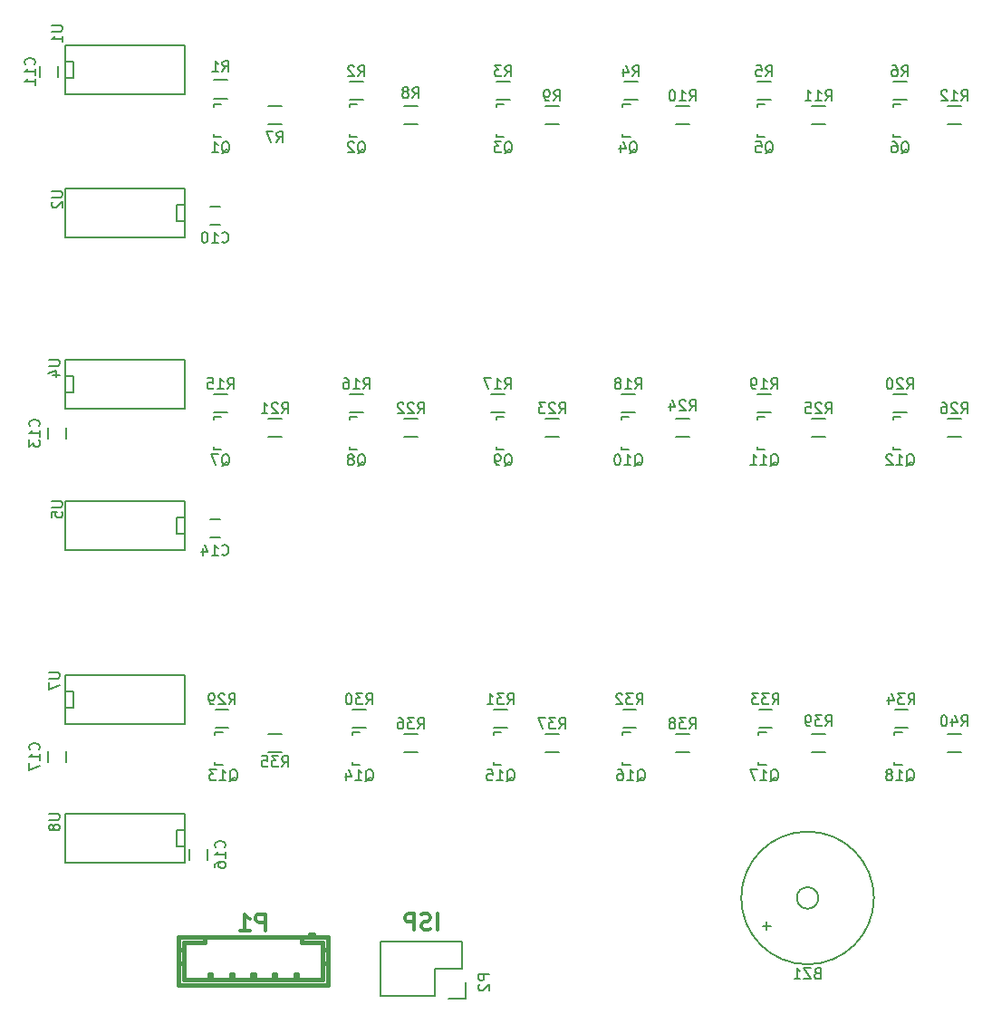
<source format=gbr>
G04 #@! TF.FileFunction,Legend,Bot*
%FSLAX46Y46*%
G04 Gerber Fmt 4.6, Leading zero omitted, Abs format (unit mm)*
G04 Created by KiCad (PCBNEW 4.0.3-stable) date 08/27/16 18:34:44*
%MOMM*%
%LPD*%
G01*
G04 APERTURE LIST*
%ADD10C,0.100000*%
%ADD11C,0.300000*%
%ADD12C,0.150000*%
%ADD13C,0.381000*%
%ADD14C,0.304800*%
G04 APERTURE END LIST*
D10*
D11*
X107128285Y-132250571D02*
X107128285Y-130750571D01*
X106485428Y-132179143D02*
X106271142Y-132250571D01*
X105913999Y-132250571D01*
X105771142Y-132179143D01*
X105699713Y-132107714D01*
X105628285Y-131964857D01*
X105628285Y-131822000D01*
X105699713Y-131679143D01*
X105771142Y-131607714D01*
X105913999Y-131536286D01*
X106199713Y-131464857D01*
X106342571Y-131393429D01*
X106413999Y-131322000D01*
X106485428Y-131179143D01*
X106485428Y-131036286D01*
X106413999Y-130893429D01*
X106342571Y-130822000D01*
X106199713Y-130750571D01*
X105842571Y-130750571D01*
X105628285Y-130822000D01*
X104985428Y-132250571D02*
X104985428Y-130750571D01*
X104414000Y-130750571D01*
X104271142Y-130822000D01*
X104199714Y-130893429D01*
X104128285Y-131036286D01*
X104128285Y-131250571D01*
X104199714Y-131393429D01*
X104271142Y-131464857D01*
X104414000Y-131536286D01*
X104985428Y-131536286D01*
D12*
X83566000Y-122936000D02*
X82804000Y-122936000D01*
X82804000Y-122936000D02*
X82804000Y-124460000D01*
X82804000Y-124460000D02*
X83566000Y-124460000D01*
X72390000Y-121412000D02*
X72390000Y-125984000D01*
X72390000Y-125984000D02*
X83566000Y-125984000D01*
X83566000Y-125984000D02*
X83566000Y-121412000D01*
X83566000Y-121412000D02*
X72390000Y-121412000D01*
X83566000Y-64516000D02*
X82804000Y-64516000D01*
X82804000Y-64516000D02*
X82804000Y-66040000D01*
X82804000Y-66040000D02*
X83566000Y-66040000D01*
X72390000Y-62992000D02*
X72390000Y-67564000D01*
X72390000Y-67564000D02*
X83566000Y-67564000D01*
X83566000Y-67564000D02*
X83566000Y-62992000D01*
X83566000Y-62992000D02*
X72390000Y-62992000D01*
X70778000Y-116578000D02*
X70778000Y-115578000D01*
X72478000Y-115578000D02*
X72478000Y-116578000D01*
X86268000Y-54596000D02*
X87468000Y-54596000D01*
X87468000Y-52846000D02*
X86268000Y-52846000D01*
X98968000Y-54723000D02*
X100168000Y-54723000D01*
X100168000Y-52973000D02*
X98968000Y-52973000D01*
X112684000Y-54723000D02*
X113884000Y-54723000D01*
X113884000Y-52973000D02*
X112684000Y-52973000D01*
X124622000Y-54723000D02*
X125822000Y-54723000D01*
X125822000Y-52973000D02*
X124622000Y-52973000D01*
X137068000Y-54723000D02*
X138268000Y-54723000D01*
X138268000Y-52973000D02*
X137068000Y-52973000D01*
X149768000Y-54723000D02*
X150968000Y-54723000D01*
X150968000Y-52973000D02*
X149768000Y-52973000D01*
X92548000Y-55259000D02*
X91348000Y-55259000D01*
X91348000Y-57009000D02*
X92548000Y-57009000D01*
X105248000Y-55259000D02*
X104048000Y-55259000D01*
X104048000Y-57009000D02*
X105248000Y-57009000D01*
X118456000Y-55259000D02*
X117256000Y-55259000D01*
X117256000Y-57009000D02*
X118456000Y-57009000D01*
X130648000Y-55259000D02*
X129448000Y-55259000D01*
X129448000Y-57009000D02*
X130648000Y-57009000D01*
X143348000Y-55259000D02*
X142148000Y-55259000D01*
X142148000Y-57009000D02*
X143348000Y-57009000D01*
X156048000Y-55259000D02*
X154848000Y-55259000D01*
X154848000Y-57009000D02*
X156048000Y-57009000D01*
X86268000Y-83933000D02*
X87468000Y-83933000D01*
X87468000Y-82183000D02*
X86268000Y-82183000D01*
X98968000Y-83933000D02*
X100168000Y-83933000D01*
X100168000Y-82183000D02*
X98968000Y-82183000D01*
X112176000Y-83933000D02*
X113376000Y-83933000D01*
X113376000Y-82183000D02*
X112176000Y-82183000D01*
X124368000Y-83933000D02*
X125568000Y-83933000D01*
X125568000Y-82183000D02*
X124368000Y-82183000D01*
X137068000Y-83933000D02*
X138268000Y-83933000D01*
X138268000Y-82183000D02*
X137068000Y-82183000D01*
X149768000Y-83933000D02*
X150968000Y-83933000D01*
X150968000Y-82183000D02*
X149768000Y-82183000D01*
X92548000Y-84469000D02*
X91348000Y-84469000D01*
X91348000Y-86219000D02*
X92548000Y-86219000D01*
X105248000Y-84469000D02*
X104048000Y-84469000D01*
X104048000Y-86219000D02*
X105248000Y-86219000D01*
X118456000Y-84469000D02*
X117256000Y-84469000D01*
X117256000Y-86219000D02*
X118456000Y-86219000D01*
X130648000Y-84469000D02*
X129448000Y-84469000D01*
X129448000Y-86219000D02*
X130648000Y-86219000D01*
X143348000Y-84469000D02*
X142148000Y-84469000D01*
X142148000Y-86219000D02*
X143348000Y-86219000D01*
X156048000Y-84469000D02*
X154848000Y-84469000D01*
X154848000Y-86219000D02*
X156048000Y-86219000D01*
X86395000Y-113397000D02*
X87595000Y-113397000D01*
X87595000Y-111647000D02*
X86395000Y-111647000D01*
X99222000Y-113397000D02*
X100422000Y-113397000D01*
X100422000Y-111647000D02*
X99222000Y-111647000D01*
X112430000Y-113397000D02*
X113630000Y-113397000D01*
X113630000Y-111647000D02*
X112430000Y-111647000D01*
X124495000Y-113397000D02*
X125695000Y-113397000D01*
X125695000Y-111647000D02*
X124495000Y-111647000D01*
X137195000Y-113397000D02*
X138395000Y-113397000D01*
X138395000Y-111647000D02*
X137195000Y-111647000D01*
X149895000Y-113397000D02*
X151095000Y-113397000D01*
X151095000Y-111647000D02*
X149895000Y-111647000D01*
X92548000Y-113933000D02*
X91348000Y-113933000D01*
X91348000Y-115683000D02*
X92548000Y-115683000D01*
X105248000Y-113933000D02*
X104048000Y-113933000D01*
X104048000Y-115683000D02*
X105248000Y-115683000D01*
X118456000Y-113933000D02*
X117256000Y-113933000D01*
X117256000Y-115683000D02*
X118456000Y-115683000D01*
X130648000Y-113933000D02*
X129448000Y-113933000D01*
X129448000Y-115683000D02*
X130648000Y-115683000D01*
X143348000Y-113933000D02*
X142148000Y-113933000D01*
X142148000Y-115683000D02*
X143348000Y-115683000D01*
X156048000Y-113933000D02*
X154848000Y-113933000D01*
X154848000Y-115683000D02*
X156048000Y-115683000D01*
X86860000Y-66382000D02*
X85860000Y-66382000D01*
X85860000Y-64682000D02*
X86860000Y-64682000D01*
X71716000Y-51570000D02*
X71716000Y-52570000D01*
X70016000Y-52570000D02*
X70016000Y-51570000D01*
X70778000Y-86352000D02*
X70778000Y-85352000D01*
X72478000Y-85352000D02*
X72478000Y-86352000D01*
X86860000Y-95592000D02*
X85860000Y-95592000D01*
X85860000Y-93892000D02*
X86860000Y-93892000D01*
X83986000Y-125722000D02*
X83986000Y-124722000D01*
X85686000Y-124722000D02*
X85686000Y-125722000D01*
X142732760Y-129286000D02*
G75*
G03X142732760Y-129286000I-1000760J0D01*
G01*
X147932140Y-129286000D02*
G75*
G03X147932140Y-129286000I-6200140J0D01*
G01*
X106934000Y-138430000D02*
X101854000Y-138430000D01*
X109754000Y-138710000D02*
X109754000Y-137160000D01*
X109474000Y-135890000D02*
X106934000Y-135890000D01*
X106934000Y-135890000D02*
X106934000Y-138430000D01*
X101854000Y-138430000D02*
X101854000Y-133350000D01*
X101854000Y-133350000D02*
X106934000Y-133350000D01*
X109754000Y-138710000D02*
X108204000Y-138710000D01*
X109474000Y-133350000D02*
X109474000Y-135890000D01*
X106934000Y-133350000D02*
X109474000Y-133350000D01*
X86217760Y-57941160D02*
X86217760Y-57892900D01*
X86918800Y-55142180D02*
X86217760Y-55142180D01*
X86217760Y-55142180D02*
X86217760Y-55391100D01*
X86217760Y-57941160D02*
X86217760Y-58141820D01*
X86217760Y-58141820D02*
X86918800Y-58141820D01*
X98917760Y-57941160D02*
X98917760Y-57892900D01*
X99618800Y-55142180D02*
X98917760Y-55142180D01*
X98917760Y-55142180D02*
X98917760Y-55391100D01*
X98917760Y-57941160D02*
X98917760Y-58141820D01*
X98917760Y-58141820D02*
X99618800Y-58141820D01*
X112633760Y-57941160D02*
X112633760Y-57892900D01*
X113334800Y-55142180D02*
X112633760Y-55142180D01*
X112633760Y-55142180D02*
X112633760Y-55391100D01*
X112633760Y-57941160D02*
X112633760Y-58141820D01*
X112633760Y-58141820D02*
X113334800Y-58141820D01*
X124444760Y-57941160D02*
X124444760Y-57892900D01*
X125145800Y-55142180D02*
X124444760Y-55142180D01*
X124444760Y-55142180D02*
X124444760Y-55391100D01*
X124444760Y-57941160D02*
X124444760Y-58141820D01*
X124444760Y-58141820D02*
X125145800Y-58141820D01*
X137017760Y-57941160D02*
X137017760Y-57892900D01*
X137718800Y-55142180D02*
X137017760Y-55142180D01*
X137017760Y-55142180D02*
X137017760Y-55391100D01*
X137017760Y-57941160D02*
X137017760Y-58141820D01*
X137017760Y-58141820D02*
X137718800Y-58141820D01*
X149717760Y-57941160D02*
X149717760Y-57892900D01*
X150418800Y-55142180D02*
X149717760Y-55142180D01*
X149717760Y-55142180D02*
X149717760Y-55391100D01*
X149717760Y-57941160D02*
X149717760Y-58141820D01*
X149717760Y-58141820D02*
X150418800Y-58141820D01*
X86217760Y-87151160D02*
X86217760Y-87102900D01*
X86918800Y-84352180D02*
X86217760Y-84352180D01*
X86217760Y-84352180D02*
X86217760Y-84601100D01*
X86217760Y-87151160D02*
X86217760Y-87351820D01*
X86217760Y-87351820D02*
X86918800Y-87351820D01*
X98917760Y-87151160D02*
X98917760Y-87102900D01*
X99618800Y-84352180D02*
X98917760Y-84352180D01*
X98917760Y-84352180D02*
X98917760Y-84601100D01*
X98917760Y-87151160D02*
X98917760Y-87351820D01*
X98917760Y-87351820D02*
X99618800Y-87351820D01*
X112633760Y-87151160D02*
X112633760Y-87102900D01*
X113334800Y-84352180D02*
X112633760Y-84352180D01*
X112633760Y-84352180D02*
X112633760Y-84601100D01*
X112633760Y-87151160D02*
X112633760Y-87351820D01*
X112633760Y-87351820D02*
X113334800Y-87351820D01*
X124317760Y-87151160D02*
X124317760Y-87102900D01*
X125018800Y-84352180D02*
X124317760Y-84352180D01*
X124317760Y-84352180D02*
X124317760Y-84601100D01*
X124317760Y-87151160D02*
X124317760Y-87351820D01*
X124317760Y-87351820D02*
X125018800Y-87351820D01*
X137017760Y-87151160D02*
X137017760Y-87102900D01*
X137718800Y-84352180D02*
X137017760Y-84352180D01*
X137017760Y-84352180D02*
X137017760Y-84601100D01*
X137017760Y-87151160D02*
X137017760Y-87351820D01*
X137017760Y-87351820D02*
X137718800Y-87351820D01*
X149717760Y-87151160D02*
X149717760Y-87102900D01*
X150418800Y-84352180D02*
X149717760Y-84352180D01*
X149717760Y-84352180D02*
X149717760Y-84601100D01*
X149717760Y-87151160D02*
X149717760Y-87351820D01*
X149717760Y-87351820D02*
X150418800Y-87351820D01*
X86344760Y-116615160D02*
X86344760Y-116566900D01*
X87045800Y-113816180D02*
X86344760Y-113816180D01*
X86344760Y-113816180D02*
X86344760Y-114065100D01*
X86344760Y-116615160D02*
X86344760Y-116815820D01*
X86344760Y-116815820D02*
X87045800Y-116815820D01*
X99171760Y-116615160D02*
X99171760Y-116566900D01*
X99872800Y-113816180D02*
X99171760Y-113816180D01*
X99171760Y-113816180D02*
X99171760Y-114065100D01*
X99171760Y-116615160D02*
X99171760Y-116815820D01*
X99171760Y-116815820D02*
X99872800Y-116815820D01*
X112379760Y-116615160D02*
X112379760Y-116566900D01*
X113080800Y-113816180D02*
X112379760Y-113816180D01*
X112379760Y-113816180D02*
X112379760Y-114065100D01*
X112379760Y-116615160D02*
X112379760Y-116815820D01*
X112379760Y-116815820D02*
X113080800Y-116815820D01*
X124444760Y-116615160D02*
X124444760Y-116566900D01*
X125145800Y-113816180D02*
X124444760Y-113816180D01*
X124444760Y-113816180D02*
X124444760Y-114065100D01*
X124444760Y-116615160D02*
X124444760Y-116815820D01*
X124444760Y-116815820D02*
X125145800Y-116815820D01*
X137144760Y-116615160D02*
X137144760Y-116566900D01*
X137845800Y-113816180D02*
X137144760Y-113816180D01*
X137144760Y-113816180D02*
X137144760Y-114065100D01*
X137144760Y-116615160D02*
X137144760Y-116815820D01*
X137144760Y-116815820D02*
X137845800Y-116815820D01*
X149844760Y-116615160D02*
X149844760Y-116566900D01*
X150545800Y-113816180D02*
X149844760Y-113816180D01*
X149844760Y-113816180D02*
X149844760Y-114065100D01*
X149844760Y-116615160D02*
X149844760Y-116815820D01*
X149844760Y-116815820D02*
X150545800Y-116815820D01*
X72390000Y-52705000D02*
X73152000Y-52705000D01*
X73152000Y-52705000D02*
X73152000Y-51181000D01*
X73152000Y-51181000D02*
X72390000Y-51181000D01*
X83566000Y-54229000D02*
X83566000Y-49657000D01*
X83566000Y-49657000D02*
X72390000Y-49657000D01*
X72390000Y-49657000D02*
X72390000Y-54229000D01*
X72390000Y-54229000D02*
X83566000Y-54229000D01*
X72390000Y-82042000D02*
X73152000Y-82042000D01*
X73152000Y-82042000D02*
X73152000Y-80518000D01*
X73152000Y-80518000D02*
X72390000Y-80518000D01*
X83566000Y-83566000D02*
X83566000Y-78994000D01*
X83566000Y-78994000D02*
X72390000Y-78994000D01*
X72390000Y-78994000D02*
X72390000Y-83566000D01*
X72390000Y-83566000D02*
X83566000Y-83566000D01*
X83566000Y-93726000D02*
X82804000Y-93726000D01*
X82804000Y-93726000D02*
X82804000Y-95250000D01*
X82804000Y-95250000D02*
X83566000Y-95250000D01*
X72390000Y-92202000D02*
X72390000Y-96774000D01*
X72390000Y-96774000D02*
X83566000Y-96774000D01*
X83566000Y-96774000D02*
X83566000Y-92202000D01*
X83566000Y-92202000D02*
X72390000Y-92202000D01*
X72390000Y-111506000D02*
X73152000Y-111506000D01*
X73152000Y-111506000D02*
X73152000Y-109982000D01*
X73152000Y-109982000D02*
X72390000Y-109982000D01*
X83566000Y-113030000D02*
X83566000Y-108458000D01*
X83566000Y-108458000D02*
X72390000Y-108458000D01*
X72390000Y-108458000D02*
X72390000Y-113030000D01*
X72390000Y-113030000D02*
X83566000Y-113030000D01*
D13*
X82915760Y-132920740D02*
X96916240Y-132920740D01*
X96916240Y-137419080D02*
X82915760Y-137419080D01*
X83416140Y-136921240D02*
X96415860Y-136921240D01*
X88018620Y-136921240D02*
X88018620Y-136420860D01*
X88018620Y-136420860D02*
X87820500Y-136420860D01*
X87820500Y-136420860D02*
X87820500Y-136921240D01*
X85818980Y-136420860D02*
X85818980Y-136921240D01*
X86017100Y-136420860D02*
X85818980Y-136420860D01*
X86017100Y-136921240D02*
X86017100Y-136420860D01*
X91818460Y-136420860D02*
X91818460Y-136921240D01*
X92016580Y-136420860D02*
X91818460Y-136420860D01*
X92016580Y-136921240D02*
X92016580Y-136420860D01*
X93819980Y-136420860D02*
X93819980Y-136921240D01*
X94018100Y-136420860D02*
X93819980Y-136420860D01*
X94018100Y-136921240D02*
X94018100Y-136420860D01*
X90017600Y-136921240D02*
X90017600Y-136420860D01*
X90017600Y-136420860D02*
X89819480Y-136420860D01*
X89819480Y-136420860D02*
X89819480Y-136921240D01*
X82915760Y-134119620D02*
X83416140Y-134119620D01*
X83416140Y-135420100D02*
X82915760Y-135420100D01*
X96418400Y-135420100D02*
X96918780Y-135420100D01*
X96418400Y-134119620D02*
X96918780Y-134119620D01*
X94419420Y-132920740D02*
X94419420Y-133421120D01*
X94419420Y-133421120D02*
X96418400Y-133421120D01*
X96418400Y-133421120D02*
X96418400Y-136921240D01*
X83416140Y-136921240D02*
X83416140Y-133421120D01*
X83416140Y-133421120D02*
X85415120Y-133421120D01*
X85415120Y-133421120D02*
X85415120Y-132920740D01*
X96918780Y-132920740D02*
X96918780Y-137419080D01*
X82915760Y-132920740D02*
X82915760Y-137419080D01*
X95219520Y-132920740D02*
X95219520Y-132720080D01*
X95219520Y-132720080D02*
X95519240Y-132720080D01*
X95519240Y-132720080D02*
X95519240Y-132920740D01*
D12*
X70826381Y-121412095D02*
X71635905Y-121412095D01*
X71731143Y-121459714D01*
X71778762Y-121507333D01*
X71826381Y-121602571D01*
X71826381Y-121793048D01*
X71778762Y-121888286D01*
X71731143Y-121935905D01*
X71635905Y-121983524D01*
X70826381Y-121983524D01*
X71254952Y-122602571D02*
X71207333Y-122507333D01*
X71159714Y-122459714D01*
X71064476Y-122412095D01*
X71016857Y-122412095D01*
X70921619Y-122459714D01*
X70874000Y-122507333D01*
X70826381Y-122602571D01*
X70826381Y-122793048D01*
X70874000Y-122888286D01*
X70921619Y-122935905D01*
X71016857Y-122983524D01*
X71064476Y-122983524D01*
X71159714Y-122935905D01*
X71207333Y-122888286D01*
X71254952Y-122793048D01*
X71254952Y-122602571D01*
X71302571Y-122507333D01*
X71350190Y-122459714D01*
X71445429Y-122412095D01*
X71635905Y-122412095D01*
X71731143Y-122459714D01*
X71778762Y-122507333D01*
X71826381Y-122602571D01*
X71826381Y-122793048D01*
X71778762Y-122888286D01*
X71731143Y-122935905D01*
X71635905Y-122983524D01*
X71445429Y-122983524D01*
X71350190Y-122935905D01*
X71302571Y-122888286D01*
X71254952Y-122793048D01*
X71080381Y-63246095D02*
X71889905Y-63246095D01*
X71985143Y-63293714D01*
X72032762Y-63341333D01*
X72080381Y-63436571D01*
X72080381Y-63627048D01*
X72032762Y-63722286D01*
X71985143Y-63769905D01*
X71889905Y-63817524D01*
X71080381Y-63817524D01*
X71175619Y-64246095D02*
X71128000Y-64293714D01*
X71080381Y-64388952D01*
X71080381Y-64627048D01*
X71128000Y-64722286D01*
X71175619Y-64769905D01*
X71270857Y-64817524D01*
X71366095Y-64817524D01*
X71508952Y-64769905D01*
X72080381Y-64198476D01*
X72080381Y-64817524D01*
X69885143Y-115435143D02*
X69932762Y-115387524D01*
X69980381Y-115244667D01*
X69980381Y-115149429D01*
X69932762Y-115006571D01*
X69837524Y-114911333D01*
X69742286Y-114863714D01*
X69551810Y-114816095D01*
X69408952Y-114816095D01*
X69218476Y-114863714D01*
X69123238Y-114911333D01*
X69028000Y-115006571D01*
X68980381Y-115149429D01*
X68980381Y-115244667D01*
X69028000Y-115387524D01*
X69075619Y-115435143D01*
X69980381Y-116387524D02*
X69980381Y-115816095D01*
X69980381Y-116101809D02*
X68980381Y-116101809D01*
X69123238Y-116006571D01*
X69218476Y-115911333D01*
X69266095Y-115816095D01*
X68980381Y-116720857D02*
X68980381Y-117387524D01*
X69980381Y-116958952D01*
X87034666Y-52073381D02*
X87368000Y-51597190D01*
X87606095Y-52073381D02*
X87606095Y-51073381D01*
X87225142Y-51073381D01*
X87129904Y-51121000D01*
X87082285Y-51168619D01*
X87034666Y-51263857D01*
X87034666Y-51406714D01*
X87082285Y-51501952D01*
X87129904Y-51549571D01*
X87225142Y-51597190D01*
X87606095Y-51597190D01*
X86082285Y-52073381D02*
X86653714Y-52073381D01*
X86368000Y-52073381D02*
X86368000Y-51073381D01*
X86463238Y-51216238D01*
X86558476Y-51311476D01*
X86653714Y-51359095D01*
X99734666Y-52522381D02*
X100068000Y-52046190D01*
X100306095Y-52522381D02*
X100306095Y-51522381D01*
X99925142Y-51522381D01*
X99829904Y-51570000D01*
X99782285Y-51617619D01*
X99734666Y-51712857D01*
X99734666Y-51855714D01*
X99782285Y-51950952D01*
X99829904Y-51998571D01*
X99925142Y-52046190D01*
X100306095Y-52046190D01*
X99353714Y-51617619D02*
X99306095Y-51570000D01*
X99210857Y-51522381D01*
X98972761Y-51522381D01*
X98877523Y-51570000D01*
X98829904Y-51617619D01*
X98782285Y-51712857D01*
X98782285Y-51808095D01*
X98829904Y-51950952D01*
X99401333Y-52522381D01*
X98782285Y-52522381D01*
X113450666Y-52522381D02*
X113784000Y-52046190D01*
X114022095Y-52522381D02*
X114022095Y-51522381D01*
X113641142Y-51522381D01*
X113545904Y-51570000D01*
X113498285Y-51617619D01*
X113450666Y-51712857D01*
X113450666Y-51855714D01*
X113498285Y-51950952D01*
X113545904Y-51998571D01*
X113641142Y-52046190D01*
X114022095Y-52046190D01*
X113117333Y-51522381D02*
X112498285Y-51522381D01*
X112831619Y-51903333D01*
X112688761Y-51903333D01*
X112593523Y-51950952D01*
X112545904Y-51998571D01*
X112498285Y-52093810D01*
X112498285Y-52331905D01*
X112545904Y-52427143D01*
X112593523Y-52474762D01*
X112688761Y-52522381D01*
X112974476Y-52522381D01*
X113069714Y-52474762D01*
X113117333Y-52427143D01*
X125388666Y-52522381D02*
X125722000Y-52046190D01*
X125960095Y-52522381D02*
X125960095Y-51522381D01*
X125579142Y-51522381D01*
X125483904Y-51570000D01*
X125436285Y-51617619D01*
X125388666Y-51712857D01*
X125388666Y-51855714D01*
X125436285Y-51950952D01*
X125483904Y-51998571D01*
X125579142Y-52046190D01*
X125960095Y-52046190D01*
X124531523Y-51855714D02*
X124531523Y-52522381D01*
X124769619Y-51474762D02*
X125007714Y-52189048D01*
X124388666Y-52189048D01*
X137834666Y-52522381D02*
X138168000Y-52046190D01*
X138406095Y-52522381D02*
X138406095Y-51522381D01*
X138025142Y-51522381D01*
X137929904Y-51570000D01*
X137882285Y-51617619D01*
X137834666Y-51712857D01*
X137834666Y-51855714D01*
X137882285Y-51950952D01*
X137929904Y-51998571D01*
X138025142Y-52046190D01*
X138406095Y-52046190D01*
X136929904Y-51522381D02*
X137406095Y-51522381D01*
X137453714Y-51998571D01*
X137406095Y-51950952D01*
X137310857Y-51903333D01*
X137072761Y-51903333D01*
X136977523Y-51950952D01*
X136929904Y-51998571D01*
X136882285Y-52093810D01*
X136882285Y-52331905D01*
X136929904Y-52427143D01*
X136977523Y-52474762D01*
X137072761Y-52522381D01*
X137310857Y-52522381D01*
X137406095Y-52474762D01*
X137453714Y-52427143D01*
X150534666Y-52522381D02*
X150868000Y-52046190D01*
X151106095Y-52522381D02*
X151106095Y-51522381D01*
X150725142Y-51522381D01*
X150629904Y-51570000D01*
X150582285Y-51617619D01*
X150534666Y-51712857D01*
X150534666Y-51855714D01*
X150582285Y-51950952D01*
X150629904Y-51998571D01*
X150725142Y-52046190D01*
X151106095Y-52046190D01*
X149677523Y-51522381D02*
X149868000Y-51522381D01*
X149963238Y-51570000D01*
X150010857Y-51617619D01*
X150106095Y-51760476D01*
X150153714Y-51950952D01*
X150153714Y-52331905D01*
X150106095Y-52427143D01*
X150058476Y-52474762D01*
X149963238Y-52522381D01*
X149772761Y-52522381D01*
X149677523Y-52474762D01*
X149629904Y-52427143D01*
X149582285Y-52331905D01*
X149582285Y-52093810D01*
X149629904Y-51998571D01*
X149677523Y-51950952D01*
X149772761Y-51903333D01*
X149963238Y-51903333D01*
X150058476Y-51950952D01*
X150106095Y-51998571D01*
X150153714Y-52093810D01*
X92114666Y-58686381D02*
X92448000Y-58210190D01*
X92686095Y-58686381D02*
X92686095Y-57686381D01*
X92305142Y-57686381D01*
X92209904Y-57734000D01*
X92162285Y-57781619D01*
X92114666Y-57876857D01*
X92114666Y-58019714D01*
X92162285Y-58114952D01*
X92209904Y-58162571D01*
X92305142Y-58210190D01*
X92686095Y-58210190D01*
X91781333Y-57686381D02*
X91114666Y-57686381D01*
X91543238Y-58686381D01*
X104814666Y-54554381D02*
X105148000Y-54078190D01*
X105386095Y-54554381D02*
X105386095Y-53554381D01*
X105005142Y-53554381D01*
X104909904Y-53602000D01*
X104862285Y-53649619D01*
X104814666Y-53744857D01*
X104814666Y-53887714D01*
X104862285Y-53982952D01*
X104909904Y-54030571D01*
X105005142Y-54078190D01*
X105386095Y-54078190D01*
X104243238Y-53982952D02*
X104338476Y-53935333D01*
X104386095Y-53887714D01*
X104433714Y-53792476D01*
X104433714Y-53744857D01*
X104386095Y-53649619D01*
X104338476Y-53602000D01*
X104243238Y-53554381D01*
X104052761Y-53554381D01*
X103957523Y-53602000D01*
X103909904Y-53649619D01*
X103862285Y-53744857D01*
X103862285Y-53792476D01*
X103909904Y-53887714D01*
X103957523Y-53935333D01*
X104052761Y-53982952D01*
X104243238Y-53982952D01*
X104338476Y-54030571D01*
X104386095Y-54078190D01*
X104433714Y-54173429D01*
X104433714Y-54363905D01*
X104386095Y-54459143D01*
X104338476Y-54506762D01*
X104243238Y-54554381D01*
X104052761Y-54554381D01*
X103957523Y-54506762D01*
X103909904Y-54459143D01*
X103862285Y-54363905D01*
X103862285Y-54173429D01*
X103909904Y-54078190D01*
X103957523Y-54030571D01*
X104052761Y-53982952D01*
X118022666Y-54808381D02*
X118356000Y-54332190D01*
X118594095Y-54808381D02*
X118594095Y-53808381D01*
X118213142Y-53808381D01*
X118117904Y-53856000D01*
X118070285Y-53903619D01*
X118022666Y-53998857D01*
X118022666Y-54141714D01*
X118070285Y-54236952D01*
X118117904Y-54284571D01*
X118213142Y-54332190D01*
X118594095Y-54332190D01*
X117546476Y-54808381D02*
X117356000Y-54808381D01*
X117260761Y-54760762D01*
X117213142Y-54713143D01*
X117117904Y-54570286D01*
X117070285Y-54379810D01*
X117070285Y-53998857D01*
X117117904Y-53903619D01*
X117165523Y-53856000D01*
X117260761Y-53808381D01*
X117451238Y-53808381D01*
X117546476Y-53856000D01*
X117594095Y-53903619D01*
X117641714Y-53998857D01*
X117641714Y-54236952D01*
X117594095Y-54332190D01*
X117546476Y-54379810D01*
X117451238Y-54427429D01*
X117260761Y-54427429D01*
X117165523Y-54379810D01*
X117117904Y-54332190D01*
X117070285Y-54236952D01*
X130690857Y-54808381D02*
X131024191Y-54332190D01*
X131262286Y-54808381D02*
X131262286Y-53808381D01*
X130881333Y-53808381D01*
X130786095Y-53856000D01*
X130738476Y-53903619D01*
X130690857Y-53998857D01*
X130690857Y-54141714D01*
X130738476Y-54236952D01*
X130786095Y-54284571D01*
X130881333Y-54332190D01*
X131262286Y-54332190D01*
X129738476Y-54808381D02*
X130309905Y-54808381D01*
X130024191Y-54808381D02*
X130024191Y-53808381D01*
X130119429Y-53951238D01*
X130214667Y-54046476D01*
X130309905Y-54094095D01*
X129119429Y-53808381D02*
X129024190Y-53808381D01*
X128928952Y-53856000D01*
X128881333Y-53903619D01*
X128833714Y-53998857D01*
X128786095Y-54189333D01*
X128786095Y-54427429D01*
X128833714Y-54617905D01*
X128881333Y-54713143D01*
X128928952Y-54760762D01*
X129024190Y-54808381D01*
X129119429Y-54808381D01*
X129214667Y-54760762D01*
X129262286Y-54713143D01*
X129309905Y-54617905D01*
X129357524Y-54427429D01*
X129357524Y-54189333D01*
X129309905Y-53998857D01*
X129262286Y-53903619D01*
X129214667Y-53856000D01*
X129119429Y-53808381D01*
X143390857Y-54808381D02*
X143724191Y-54332190D01*
X143962286Y-54808381D02*
X143962286Y-53808381D01*
X143581333Y-53808381D01*
X143486095Y-53856000D01*
X143438476Y-53903619D01*
X143390857Y-53998857D01*
X143390857Y-54141714D01*
X143438476Y-54236952D01*
X143486095Y-54284571D01*
X143581333Y-54332190D01*
X143962286Y-54332190D01*
X142438476Y-54808381D02*
X143009905Y-54808381D01*
X142724191Y-54808381D02*
X142724191Y-53808381D01*
X142819429Y-53951238D01*
X142914667Y-54046476D01*
X143009905Y-54094095D01*
X141486095Y-54808381D02*
X142057524Y-54808381D01*
X141771810Y-54808381D02*
X141771810Y-53808381D01*
X141867048Y-53951238D01*
X141962286Y-54046476D01*
X142057524Y-54094095D01*
X156090857Y-54808381D02*
X156424191Y-54332190D01*
X156662286Y-54808381D02*
X156662286Y-53808381D01*
X156281333Y-53808381D01*
X156186095Y-53856000D01*
X156138476Y-53903619D01*
X156090857Y-53998857D01*
X156090857Y-54141714D01*
X156138476Y-54236952D01*
X156186095Y-54284571D01*
X156281333Y-54332190D01*
X156662286Y-54332190D01*
X155138476Y-54808381D02*
X155709905Y-54808381D01*
X155424191Y-54808381D02*
X155424191Y-53808381D01*
X155519429Y-53951238D01*
X155614667Y-54046476D01*
X155709905Y-54094095D01*
X154757524Y-53903619D02*
X154709905Y-53856000D01*
X154614667Y-53808381D01*
X154376571Y-53808381D01*
X154281333Y-53856000D01*
X154233714Y-53903619D01*
X154186095Y-53998857D01*
X154186095Y-54094095D01*
X154233714Y-54236952D01*
X154805143Y-54808381D01*
X154186095Y-54808381D01*
X87510857Y-81732381D02*
X87844191Y-81256190D01*
X88082286Y-81732381D02*
X88082286Y-80732381D01*
X87701333Y-80732381D01*
X87606095Y-80780000D01*
X87558476Y-80827619D01*
X87510857Y-80922857D01*
X87510857Y-81065714D01*
X87558476Y-81160952D01*
X87606095Y-81208571D01*
X87701333Y-81256190D01*
X88082286Y-81256190D01*
X86558476Y-81732381D02*
X87129905Y-81732381D01*
X86844191Y-81732381D02*
X86844191Y-80732381D01*
X86939429Y-80875238D01*
X87034667Y-80970476D01*
X87129905Y-81018095D01*
X85653714Y-80732381D02*
X86129905Y-80732381D01*
X86177524Y-81208571D01*
X86129905Y-81160952D01*
X86034667Y-81113333D01*
X85796571Y-81113333D01*
X85701333Y-81160952D01*
X85653714Y-81208571D01*
X85606095Y-81303810D01*
X85606095Y-81541905D01*
X85653714Y-81637143D01*
X85701333Y-81684762D01*
X85796571Y-81732381D01*
X86034667Y-81732381D01*
X86129905Y-81684762D01*
X86177524Y-81637143D01*
X100210857Y-81732381D02*
X100544191Y-81256190D01*
X100782286Y-81732381D02*
X100782286Y-80732381D01*
X100401333Y-80732381D01*
X100306095Y-80780000D01*
X100258476Y-80827619D01*
X100210857Y-80922857D01*
X100210857Y-81065714D01*
X100258476Y-81160952D01*
X100306095Y-81208571D01*
X100401333Y-81256190D01*
X100782286Y-81256190D01*
X99258476Y-81732381D02*
X99829905Y-81732381D01*
X99544191Y-81732381D02*
X99544191Y-80732381D01*
X99639429Y-80875238D01*
X99734667Y-80970476D01*
X99829905Y-81018095D01*
X98401333Y-80732381D02*
X98591810Y-80732381D01*
X98687048Y-80780000D01*
X98734667Y-80827619D01*
X98829905Y-80970476D01*
X98877524Y-81160952D01*
X98877524Y-81541905D01*
X98829905Y-81637143D01*
X98782286Y-81684762D01*
X98687048Y-81732381D01*
X98496571Y-81732381D01*
X98401333Y-81684762D01*
X98353714Y-81637143D01*
X98306095Y-81541905D01*
X98306095Y-81303810D01*
X98353714Y-81208571D01*
X98401333Y-81160952D01*
X98496571Y-81113333D01*
X98687048Y-81113333D01*
X98782286Y-81160952D01*
X98829905Y-81208571D01*
X98877524Y-81303810D01*
X113418857Y-81732381D02*
X113752191Y-81256190D01*
X113990286Y-81732381D02*
X113990286Y-80732381D01*
X113609333Y-80732381D01*
X113514095Y-80780000D01*
X113466476Y-80827619D01*
X113418857Y-80922857D01*
X113418857Y-81065714D01*
X113466476Y-81160952D01*
X113514095Y-81208571D01*
X113609333Y-81256190D01*
X113990286Y-81256190D01*
X112466476Y-81732381D02*
X113037905Y-81732381D01*
X112752191Y-81732381D02*
X112752191Y-80732381D01*
X112847429Y-80875238D01*
X112942667Y-80970476D01*
X113037905Y-81018095D01*
X112133143Y-80732381D02*
X111466476Y-80732381D01*
X111895048Y-81732381D01*
X125610857Y-81732381D02*
X125944191Y-81256190D01*
X126182286Y-81732381D02*
X126182286Y-80732381D01*
X125801333Y-80732381D01*
X125706095Y-80780000D01*
X125658476Y-80827619D01*
X125610857Y-80922857D01*
X125610857Y-81065714D01*
X125658476Y-81160952D01*
X125706095Y-81208571D01*
X125801333Y-81256190D01*
X126182286Y-81256190D01*
X124658476Y-81732381D02*
X125229905Y-81732381D01*
X124944191Y-81732381D02*
X124944191Y-80732381D01*
X125039429Y-80875238D01*
X125134667Y-80970476D01*
X125229905Y-81018095D01*
X124087048Y-81160952D02*
X124182286Y-81113333D01*
X124229905Y-81065714D01*
X124277524Y-80970476D01*
X124277524Y-80922857D01*
X124229905Y-80827619D01*
X124182286Y-80780000D01*
X124087048Y-80732381D01*
X123896571Y-80732381D01*
X123801333Y-80780000D01*
X123753714Y-80827619D01*
X123706095Y-80922857D01*
X123706095Y-80970476D01*
X123753714Y-81065714D01*
X123801333Y-81113333D01*
X123896571Y-81160952D01*
X124087048Y-81160952D01*
X124182286Y-81208571D01*
X124229905Y-81256190D01*
X124277524Y-81351429D01*
X124277524Y-81541905D01*
X124229905Y-81637143D01*
X124182286Y-81684762D01*
X124087048Y-81732381D01*
X123896571Y-81732381D01*
X123801333Y-81684762D01*
X123753714Y-81637143D01*
X123706095Y-81541905D01*
X123706095Y-81351429D01*
X123753714Y-81256190D01*
X123801333Y-81208571D01*
X123896571Y-81160952D01*
X138310857Y-81732381D02*
X138644191Y-81256190D01*
X138882286Y-81732381D02*
X138882286Y-80732381D01*
X138501333Y-80732381D01*
X138406095Y-80780000D01*
X138358476Y-80827619D01*
X138310857Y-80922857D01*
X138310857Y-81065714D01*
X138358476Y-81160952D01*
X138406095Y-81208571D01*
X138501333Y-81256190D01*
X138882286Y-81256190D01*
X137358476Y-81732381D02*
X137929905Y-81732381D01*
X137644191Y-81732381D02*
X137644191Y-80732381D01*
X137739429Y-80875238D01*
X137834667Y-80970476D01*
X137929905Y-81018095D01*
X136882286Y-81732381D02*
X136691810Y-81732381D01*
X136596571Y-81684762D01*
X136548952Y-81637143D01*
X136453714Y-81494286D01*
X136406095Y-81303810D01*
X136406095Y-80922857D01*
X136453714Y-80827619D01*
X136501333Y-80780000D01*
X136596571Y-80732381D01*
X136787048Y-80732381D01*
X136882286Y-80780000D01*
X136929905Y-80827619D01*
X136977524Y-80922857D01*
X136977524Y-81160952D01*
X136929905Y-81256190D01*
X136882286Y-81303810D01*
X136787048Y-81351429D01*
X136596571Y-81351429D01*
X136501333Y-81303810D01*
X136453714Y-81256190D01*
X136406095Y-81160952D01*
X151010857Y-81732381D02*
X151344191Y-81256190D01*
X151582286Y-81732381D02*
X151582286Y-80732381D01*
X151201333Y-80732381D01*
X151106095Y-80780000D01*
X151058476Y-80827619D01*
X151010857Y-80922857D01*
X151010857Y-81065714D01*
X151058476Y-81160952D01*
X151106095Y-81208571D01*
X151201333Y-81256190D01*
X151582286Y-81256190D01*
X150629905Y-80827619D02*
X150582286Y-80780000D01*
X150487048Y-80732381D01*
X150248952Y-80732381D01*
X150153714Y-80780000D01*
X150106095Y-80827619D01*
X150058476Y-80922857D01*
X150058476Y-81018095D01*
X150106095Y-81160952D01*
X150677524Y-81732381D01*
X150058476Y-81732381D01*
X149439429Y-80732381D02*
X149344190Y-80732381D01*
X149248952Y-80780000D01*
X149201333Y-80827619D01*
X149153714Y-80922857D01*
X149106095Y-81113333D01*
X149106095Y-81351429D01*
X149153714Y-81541905D01*
X149201333Y-81637143D01*
X149248952Y-81684762D01*
X149344190Y-81732381D01*
X149439429Y-81732381D01*
X149534667Y-81684762D01*
X149582286Y-81637143D01*
X149629905Y-81541905D01*
X149677524Y-81351429D01*
X149677524Y-81113333D01*
X149629905Y-80922857D01*
X149582286Y-80827619D01*
X149534667Y-80780000D01*
X149439429Y-80732381D01*
X92590857Y-84018381D02*
X92924191Y-83542190D01*
X93162286Y-84018381D02*
X93162286Y-83018381D01*
X92781333Y-83018381D01*
X92686095Y-83066000D01*
X92638476Y-83113619D01*
X92590857Y-83208857D01*
X92590857Y-83351714D01*
X92638476Y-83446952D01*
X92686095Y-83494571D01*
X92781333Y-83542190D01*
X93162286Y-83542190D01*
X92209905Y-83113619D02*
X92162286Y-83066000D01*
X92067048Y-83018381D01*
X91828952Y-83018381D01*
X91733714Y-83066000D01*
X91686095Y-83113619D01*
X91638476Y-83208857D01*
X91638476Y-83304095D01*
X91686095Y-83446952D01*
X92257524Y-84018381D01*
X91638476Y-84018381D01*
X90686095Y-84018381D02*
X91257524Y-84018381D01*
X90971810Y-84018381D02*
X90971810Y-83018381D01*
X91067048Y-83161238D01*
X91162286Y-83256476D01*
X91257524Y-83304095D01*
X105290857Y-84018381D02*
X105624191Y-83542190D01*
X105862286Y-84018381D02*
X105862286Y-83018381D01*
X105481333Y-83018381D01*
X105386095Y-83066000D01*
X105338476Y-83113619D01*
X105290857Y-83208857D01*
X105290857Y-83351714D01*
X105338476Y-83446952D01*
X105386095Y-83494571D01*
X105481333Y-83542190D01*
X105862286Y-83542190D01*
X104909905Y-83113619D02*
X104862286Y-83066000D01*
X104767048Y-83018381D01*
X104528952Y-83018381D01*
X104433714Y-83066000D01*
X104386095Y-83113619D01*
X104338476Y-83208857D01*
X104338476Y-83304095D01*
X104386095Y-83446952D01*
X104957524Y-84018381D01*
X104338476Y-84018381D01*
X103957524Y-83113619D02*
X103909905Y-83066000D01*
X103814667Y-83018381D01*
X103576571Y-83018381D01*
X103481333Y-83066000D01*
X103433714Y-83113619D01*
X103386095Y-83208857D01*
X103386095Y-83304095D01*
X103433714Y-83446952D01*
X104005143Y-84018381D01*
X103386095Y-84018381D01*
X118498857Y-84018381D02*
X118832191Y-83542190D01*
X119070286Y-84018381D02*
X119070286Y-83018381D01*
X118689333Y-83018381D01*
X118594095Y-83066000D01*
X118546476Y-83113619D01*
X118498857Y-83208857D01*
X118498857Y-83351714D01*
X118546476Y-83446952D01*
X118594095Y-83494571D01*
X118689333Y-83542190D01*
X119070286Y-83542190D01*
X118117905Y-83113619D02*
X118070286Y-83066000D01*
X117975048Y-83018381D01*
X117736952Y-83018381D01*
X117641714Y-83066000D01*
X117594095Y-83113619D01*
X117546476Y-83208857D01*
X117546476Y-83304095D01*
X117594095Y-83446952D01*
X118165524Y-84018381D01*
X117546476Y-84018381D01*
X117213143Y-83018381D02*
X116594095Y-83018381D01*
X116927429Y-83399333D01*
X116784571Y-83399333D01*
X116689333Y-83446952D01*
X116641714Y-83494571D01*
X116594095Y-83589810D01*
X116594095Y-83827905D01*
X116641714Y-83923143D01*
X116689333Y-83970762D01*
X116784571Y-84018381D01*
X117070286Y-84018381D01*
X117165524Y-83970762D01*
X117213143Y-83923143D01*
X130690857Y-83764381D02*
X131024191Y-83288190D01*
X131262286Y-83764381D02*
X131262286Y-82764381D01*
X130881333Y-82764381D01*
X130786095Y-82812000D01*
X130738476Y-82859619D01*
X130690857Y-82954857D01*
X130690857Y-83097714D01*
X130738476Y-83192952D01*
X130786095Y-83240571D01*
X130881333Y-83288190D01*
X131262286Y-83288190D01*
X130309905Y-82859619D02*
X130262286Y-82812000D01*
X130167048Y-82764381D01*
X129928952Y-82764381D01*
X129833714Y-82812000D01*
X129786095Y-82859619D01*
X129738476Y-82954857D01*
X129738476Y-83050095D01*
X129786095Y-83192952D01*
X130357524Y-83764381D01*
X129738476Y-83764381D01*
X128881333Y-83097714D02*
X128881333Y-83764381D01*
X129119429Y-82716762D02*
X129357524Y-83431048D01*
X128738476Y-83431048D01*
X143390857Y-84018381D02*
X143724191Y-83542190D01*
X143962286Y-84018381D02*
X143962286Y-83018381D01*
X143581333Y-83018381D01*
X143486095Y-83066000D01*
X143438476Y-83113619D01*
X143390857Y-83208857D01*
X143390857Y-83351714D01*
X143438476Y-83446952D01*
X143486095Y-83494571D01*
X143581333Y-83542190D01*
X143962286Y-83542190D01*
X143009905Y-83113619D02*
X142962286Y-83066000D01*
X142867048Y-83018381D01*
X142628952Y-83018381D01*
X142533714Y-83066000D01*
X142486095Y-83113619D01*
X142438476Y-83208857D01*
X142438476Y-83304095D01*
X142486095Y-83446952D01*
X143057524Y-84018381D01*
X142438476Y-84018381D01*
X141533714Y-83018381D02*
X142009905Y-83018381D01*
X142057524Y-83494571D01*
X142009905Y-83446952D01*
X141914667Y-83399333D01*
X141676571Y-83399333D01*
X141581333Y-83446952D01*
X141533714Y-83494571D01*
X141486095Y-83589810D01*
X141486095Y-83827905D01*
X141533714Y-83923143D01*
X141581333Y-83970762D01*
X141676571Y-84018381D01*
X141914667Y-84018381D01*
X142009905Y-83970762D01*
X142057524Y-83923143D01*
X156090857Y-84018381D02*
X156424191Y-83542190D01*
X156662286Y-84018381D02*
X156662286Y-83018381D01*
X156281333Y-83018381D01*
X156186095Y-83066000D01*
X156138476Y-83113619D01*
X156090857Y-83208857D01*
X156090857Y-83351714D01*
X156138476Y-83446952D01*
X156186095Y-83494571D01*
X156281333Y-83542190D01*
X156662286Y-83542190D01*
X155709905Y-83113619D02*
X155662286Y-83066000D01*
X155567048Y-83018381D01*
X155328952Y-83018381D01*
X155233714Y-83066000D01*
X155186095Y-83113619D01*
X155138476Y-83208857D01*
X155138476Y-83304095D01*
X155186095Y-83446952D01*
X155757524Y-84018381D01*
X155138476Y-84018381D01*
X154281333Y-83018381D02*
X154471810Y-83018381D01*
X154567048Y-83066000D01*
X154614667Y-83113619D01*
X154709905Y-83256476D01*
X154757524Y-83446952D01*
X154757524Y-83827905D01*
X154709905Y-83923143D01*
X154662286Y-83970762D01*
X154567048Y-84018381D01*
X154376571Y-84018381D01*
X154281333Y-83970762D01*
X154233714Y-83923143D01*
X154186095Y-83827905D01*
X154186095Y-83589810D01*
X154233714Y-83494571D01*
X154281333Y-83446952D01*
X154376571Y-83399333D01*
X154567048Y-83399333D01*
X154662286Y-83446952D01*
X154709905Y-83494571D01*
X154757524Y-83589810D01*
X87637857Y-111196381D02*
X87971191Y-110720190D01*
X88209286Y-111196381D02*
X88209286Y-110196381D01*
X87828333Y-110196381D01*
X87733095Y-110244000D01*
X87685476Y-110291619D01*
X87637857Y-110386857D01*
X87637857Y-110529714D01*
X87685476Y-110624952D01*
X87733095Y-110672571D01*
X87828333Y-110720190D01*
X88209286Y-110720190D01*
X87256905Y-110291619D02*
X87209286Y-110244000D01*
X87114048Y-110196381D01*
X86875952Y-110196381D01*
X86780714Y-110244000D01*
X86733095Y-110291619D01*
X86685476Y-110386857D01*
X86685476Y-110482095D01*
X86733095Y-110624952D01*
X87304524Y-111196381D01*
X86685476Y-111196381D01*
X86209286Y-111196381D02*
X86018810Y-111196381D01*
X85923571Y-111148762D01*
X85875952Y-111101143D01*
X85780714Y-110958286D01*
X85733095Y-110767810D01*
X85733095Y-110386857D01*
X85780714Y-110291619D01*
X85828333Y-110244000D01*
X85923571Y-110196381D01*
X86114048Y-110196381D01*
X86209286Y-110244000D01*
X86256905Y-110291619D01*
X86304524Y-110386857D01*
X86304524Y-110624952D01*
X86256905Y-110720190D01*
X86209286Y-110767810D01*
X86114048Y-110815429D01*
X85923571Y-110815429D01*
X85828333Y-110767810D01*
X85780714Y-110720190D01*
X85733095Y-110624952D01*
X100464857Y-111196381D02*
X100798191Y-110720190D01*
X101036286Y-111196381D02*
X101036286Y-110196381D01*
X100655333Y-110196381D01*
X100560095Y-110244000D01*
X100512476Y-110291619D01*
X100464857Y-110386857D01*
X100464857Y-110529714D01*
X100512476Y-110624952D01*
X100560095Y-110672571D01*
X100655333Y-110720190D01*
X101036286Y-110720190D01*
X100131524Y-110196381D02*
X99512476Y-110196381D01*
X99845810Y-110577333D01*
X99702952Y-110577333D01*
X99607714Y-110624952D01*
X99560095Y-110672571D01*
X99512476Y-110767810D01*
X99512476Y-111005905D01*
X99560095Y-111101143D01*
X99607714Y-111148762D01*
X99702952Y-111196381D01*
X99988667Y-111196381D01*
X100083905Y-111148762D01*
X100131524Y-111101143D01*
X98893429Y-110196381D02*
X98798190Y-110196381D01*
X98702952Y-110244000D01*
X98655333Y-110291619D01*
X98607714Y-110386857D01*
X98560095Y-110577333D01*
X98560095Y-110815429D01*
X98607714Y-111005905D01*
X98655333Y-111101143D01*
X98702952Y-111148762D01*
X98798190Y-111196381D01*
X98893429Y-111196381D01*
X98988667Y-111148762D01*
X99036286Y-111101143D01*
X99083905Y-111005905D01*
X99131524Y-110815429D01*
X99131524Y-110577333D01*
X99083905Y-110386857D01*
X99036286Y-110291619D01*
X98988667Y-110244000D01*
X98893429Y-110196381D01*
X113672857Y-111196381D02*
X114006191Y-110720190D01*
X114244286Y-111196381D02*
X114244286Y-110196381D01*
X113863333Y-110196381D01*
X113768095Y-110244000D01*
X113720476Y-110291619D01*
X113672857Y-110386857D01*
X113672857Y-110529714D01*
X113720476Y-110624952D01*
X113768095Y-110672571D01*
X113863333Y-110720190D01*
X114244286Y-110720190D01*
X113339524Y-110196381D02*
X112720476Y-110196381D01*
X113053810Y-110577333D01*
X112910952Y-110577333D01*
X112815714Y-110624952D01*
X112768095Y-110672571D01*
X112720476Y-110767810D01*
X112720476Y-111005905D01*
X112768095Y-111101143D01*
X112815714Y-111148762D01*
X112910952Y-111196381D01*
X113196667Y-111196381D01*
X113291905Y-111148762D01*
X113339524Y-111101143D01*
X111768095Y-111196381D02*
X112339524Y-111196381D01*
X112053810Y-111196381D02*
X112053810Y-110196381D01*
X112149048Y-110339238D01*
X112244286Y-110434476D01*
X112339524Y-110482095D01*
X125737857Y-111196381D02*
X126071191Y-110720190D01*
X126309286Y-111196381D02*
X126309286Y-110196381D01*
X125928333Y-110196381D01*
X125833095Y-110244000D01*
X125785476Y-110291619D01*
X125737857Y-110386857D01*
X125737857Y-110529714D01*
X125785476Y-110624952D01*
X125833095Y-110672571D01*
X125928333Y-110720190D01*
X126309286Y-110720190D01*
X125404524Y-110196381D02*
X124785476Y-110196381D01*
X125118810Y-110577333D01*
X124975952Y-110577333D01*
X124880714Y-110624952D01*
X124833095Y-110672571D01*
X124785476Y-110767810D01*
X124785476Y-111005905D01*
X124833095Y-111101143D01*
X124880714Y-111148762D01*
X124975952Y-111196381D01*
X125261667Y-111196381D01*
X125356905Y-111148762D01*
X125404524Y-111101143D01*
X124404524Y-110291619D02*
X124356905Y-110244000D01*
X124261667Y-110196381D01*
X124023571Y-110196381D01*
X123928333Y-110244000D01*
X123880714Y-110291619D01*
X123833095Y-110386857D01*
X123833095Y-110482095D01*
X123880714Y-110624952D01*
X124452143Y-111196381D01*
X123833095Y-111196381D01*
X138437857Y-111196381D02*
X138771191Y-110720190D01*
X139009286Y-111196381D02*
X139009286Y-110196381D01*
X138628333Y-110196381D01*
X138533095Y-110244000D01*
X138485476Y-110291619D01*
X138437857Y-110386857D01*
X138437857Y-110529714D01*
X138485476Y-110624952D01*
X138533095Y-110672571D01*
X138628333Y-110720190D01*
X139009286Y-110720190D01*
X138104524Y-110196381D02*
X137485476Y-110196381D01*
X137818810Y-110577333D01*
X137675952Y-110577333D01*
X137580714Y-110624952D01*
X137533095Y-110672571D01*
X137485476Y-110767810D01*
X137485476Y-111005905D01*
X137533095Y-111101143D01*
X137580714Y-111148762D01*
X137675952Y-111196381D01*
X137961667Y-111196381D01*
X138056905Y-111148762D01*
X138104524Y-111101143D01*
X137152143Y-110196381D02*
X136533095Y-110196381D01*
X136866429Y-110577333D01*
X136723571Y-110577333D01*
X136628333Y-110624952D01*
X136580714Y-110672571D01*
X136533095Y-110767810D01*
X136533095Y-111005905D01*
X136580714Y-111101143D01*
X136628333Y-111148762D01*
X136723571Y-111196381D01*
X137009286Y-111196381D01*
X137104524Y-111148762D01*
X137152143Y-111101143D01*
X151137857Y-111196381D02*
X151471191Y-110720190D01*
X151709286Y-111196381D02*
X151709286Y-110196381D01*
X151328333Y-110196381D01*
X151233095Y-110244000D01*
X151185476Y-110291619D01*
X151137857Y-110386857D01*
X151137857Y-110529714D01*
X151185476Y-110624952D01*
X151233095Y-110672571D01*
X151328333Y-110720190D01*
X151709286Y-110720190D01*
X150804524Y-110196381D02*
X150185476Y-110196381D01*
X150518810Y-110577333D01*
X150375952Y-110577333D01*
X150280714Y-110624952D01*
X150233095Y-110672571D01*
X150185476Y-110767810D01*
X150185476Y-111005905D01*
X150233095Y-111101143D01*
X150280714Y-111148762D01*
X150375952Y-111196381D01*
X150661667Y-111196381D01*
X150756905Y-111148762D01*
X150804524Y-111101143D01*
X149328333Y-110529714D02*
X149328333Y-111196381D01*
X149566429Y-110148762D02*
X149804524Y-110863048D01*
X149185476Y-110863048D01*
X92590857Y-117038381D02*
X92924191Y-116562190D01*
X93162286Y-117038381D02*
X93162286Y-116038381D01*
X92781333Y-116038381D01*
X92686095Y-116086000D01*
X92638476Y-116133619D01*
X92590857Y-116228857D01*
X92590857Y-116371714D01*
X92638476Y-116466952D01*
X92686095Y-116514571D01*
X92781333Y-116562190D01*
X93162286Y-116562190D01*
X92257524Y-116038381D02*
X91638476Y-116038381D01*
X91971810Y-116419333D01*
X91828952Y-116419333D01*
X91733714Y-116466952D01*
X91686095Y-116514571D01*
X91638476Y-116609810D01*
X91638476Y-116847905D01*
X91686095Y-116943143D01*
X91733714Y-116990762D01*
X91828952Y-117038381D01*
X92114667Y-117038381D01*
X92209905Y-116990762D01*
X92257524Y-116943143D01*
X90733714Y-116038381D02*
X91209905Y-116038381D01*
X91257524Y-116514571D01*
X91209905Y-116466952D01*
X91114667Y-116419333D01*
X90876571Y-116419333D01*
X90781333Y-116466952D01*
X90733714Y-116514571D01*
X90686095Y-116609810D01*
X90686095Y-116847905D01*
X90733714Y-116943143D01*
X90781333Y-116990762D01*
X90876571Y-117038381D01*
X91114667Y-117038381D01*
X91209905Y-116990762D01*
X91257524Y-116943143D01*
X105290857Y-113482381D02*
X105624191Y-113006190D01*
X105862286Y-113482381D02*
X105862286Y-112482381D01*
X105481333Y-112482381D01*
X105386095Y-112530000D01*
X105338476Y-112577619D01*
X105290857Y-112672857D01*
X105290857Y-112815714D01*
X105338476Y-112910952D01*
X105386095Y-112958571D01*
X105481333Y-113006190D01*
X105862286Y-113006190D01*
X104957524Y-112482381D02*
X104338476Y-112482381D01*
X104671810Y-112863333D01*
X104528952Y-112863333D01*
X104433714Y-112910952D01*
X104386095Y-112958571D01*
X104338476Y-113053810D01*
X104338476Y-113291905D01*
X104386095Y-113387143D01*
X104433714Y-113434762D01*
X104528952Y-113482381D01*
X104814667Y-113482381D01*
X104909905Y-113434762D01*
X104957524Y-113387143D01*
X103481333Y-112482381D02*
X103671810Y-112482381D01*
X103767048Y-112530000D01*
X103814667Y-112577619D01*
X103909905Y-112720476D01*
X103957524Y-112910952D01*
X103957524Y-113291905D01*
X103909905Y-113387143D01*
X103862286Y-113434762D01*
X103767048Y-113482381D01*
X103576571Y-113482381D01*
X103481333Y-113434762D01*
X103433714Y-113387143D01*
X103386095Y-113291905D01*
X103386095Y-113053810D01*
X103433714Y-112958571D01*
X103481333Y-112910952D01*
X103576571Y-112863333D01*
X103767048Y-112863333D01*
X103862286Y-112910952D01*
X103909905Y-112958571D01*
X103957524Y-113053810D01*
X118498857Y-113482381D02*
X118832191Y-113006190D01*
X119070286Y-113482381D02*
X119070286Y-112482381D01*
X118689333Y-112482381D01*
X118594095Y-112530000D01*
X118546476Y-112577619D01*
X118498857Y-112672857D01*
X118498857Y-112815714D01*
X118546476Y-112910952D01*
X118594095Y-112958571D01*
X118689333Y-113006190D01*
X119070286Y-113006190D01*
X118165524Y-112482381D02*
X117546476Y-112482381D01*
X117879810Y-112863333D01*
X117736952Y-112863333D01*
X117641714Y-112910952D01*
X117594095Y-112958571D01*
X117546476Y-113053810D01*
X117546476Y-113291905D01*
X117594095Y-113387143D01*
X117641714Y-113434762D01*
X117736952Y-113482381D01*
X118022667Y-113482381D01*
X118117905Y-113434762D01*
X118165524Y-113387143D01*
X117213143Y-112482381D02*
X116546476Y-112482381D01*
X116975048Y-113482381D01*
X130690857Y-113482381D02*
X131024191Y-113006190D01*
X131262286Y-113482381D02*
X131262286Y-112482381D01*
X130881333Y-112482381D01*
X130786095Y-112530000D01*
X130738476Y-112577619D01*
X130690857Y-112672857D01*
X130690857Y-112815714D01*
X130738476Y-112910952D01*
X130786095Y-112958571D01*
X130881333Y-113006190D01*
X131262286Y-113006190D01*
X130357524Y-112482381D02*
X129738476Y-112482381D01*
X130071810Y-112863333D01*
X129928952Y-112863333D01*
X129833714Y-112910952D01*
X129786095Y-112958571D01*
X129738476Y-113053810D01*
X129738476Y-113291905D01*
X129786095Y-113387143D01*
X129833714Y-113434762D01*
X129928952Y-113482381D01*
X130214667Y-113482381D01*
X130309905Y-113434762D01*
X130357524Y-113387143D01*
X129167048Y-112910952D02*
X129262286Y-112863333D01*
X129309905Y-112815714D01*
X129357524Y-112720476D01*
X129357524Y-112672857D01*
X129309905Y-112577619D01*
X129262286Y-112530000D01*
X129167048Y-112482381D01*
X128976571Y-112482381D01*
X128881333Y-112530000D01*
X128833714Y-112577619D01*
X128786095Y-112672857D01*
X128786095Y-112720476D01*
X128833714Y-112815714D01*
X128881333Y-112863333D01*
X128976571Y-112910952D01*
X129167048Y-112910952D01*
X129262286Y-112958571D01*
X129309905Y-113006190D01*
X129357524Y-113101429D01*
X129357524Y-113291905D01*
X129309905Y-113387143D01*
X129262286Y-113434762D01*
X129167048Y-113482381D01*
X128976571Y-113482381D01*
X128881333Y-113434762D01*
X128833714Y-113387143D01*
X128786095Y-113291905D01*
X128786095Y-113101429D01*
X128833714Y-113006190D01*
X128881333Y-112958571D01*
X128976571Y-112910952D01*
X143390857Y-113228381D02*
X143724191Y-112752190D01*
X143962286Y-113228381D02*
X143962286Y-112228381D01*
X143581333Y-112228381D01*
X143486095Y-112276000D01*
X143438476Y-112323619D01*
X143390857Y-112418857D01*
X143390857Y-112561714D01*
X143438476Y-112656952D01*
X143486095Y-112704571D01*
X143581333Y-112752190D01*
X143962286Y-112752190D01*
X143057524Y-112228381D02*
X142438476Y-112228381D01*
X142771810Y-112609333D01*
X142628952Y-112609333D01*
X142533714Y-112656952D01*
X142486095Y-112704571D01*
X142438476Y-112799810D01*
X142438476Y-113037905D01*
X142486095Y-113133143D01*
X142533714Y-113180762D01*
X142628952Y-113228381D01*
X142914667Y-113228381D01*
X143009905Y-113180762D01*
X143057524Y-113133143D01*
X141962286Y-113228381D02*
X141771810Y-113228381D01*
X141676571Y-113180762D01*
X141628952Y-113133143D01*
X141533714Y-112990286D01*
X141486095Y-112799810D01*
X141486095Y-112418857D01*
X141533714Y-112323619D01*
X141581333Y-112276000D01*
X141676571Y-112228381D01*
X141867048Y-112228381D01*
X141962286Y-112276000D01*
X142009905Y-112323619D01*
X142057524Y-112418857D01*
X142057524Y-112656952D01*
X142009905Y-112752190D01*
X141962286Y-112799810D01*
X141867048Y-112847429D01*
X141676571Y-112847429D01*
X141581333Y-112799810D01*
X141533714Y-112752190D01*
X141486095Y-112656952D01*
X156090857Y-113228381D02*
X156424191Y-112752190D01*
X156662286Y-113228381D02*
X156662286Y-112228381D01*
X156281333Y-112228381D01*
X156186095Y-112276000D01*
X156138476Y-112323619D01*
X156090857Y-112418857D01*
X156090857Y-112561714D01*
X156138476Y-112656952D01*
X156186095Y-112704571D01*
X156281333Y-112752190D01*
X156662286Y-112752190D01*
X155233714Y-112561714D02*
X155233714Y-113228381D01*
X155471810Y-112180762D02*
X155709905Y-112895048D01*
X155090857Y-112895048D01*
X154519429Y-112228381D02*
X154424190Y-112228381D01*
X154328952Y-112276000D01*
X154281333Y-112323619D01*
X154233714Y-112418857D01*
X154186095Y-112609333D01*
X154186095Y-112847429D01*
X154233714Y-113037905D01*
X154281333Y-113133143D01*
X154328952Y-113180762D01*
X154424190Y-113228381D01*
X154519429Y-113228381D01*
X154614667Y-113180762D01*
X154662286Y-113133143D01*
X154709905Y-113037905D01*
X154757524Y-112847429D01*
X154757524Y-112609333D01*
X154709905Y-112418857D01*
X154662286Y-112323619D01*
X154614667Y-112276000D01*
X154519429Y-112228381D01*
X87002857Y-67989143D02*
X87050476Y-68036762D01*
X87193333Y-68084381D01*
X87288571Y-68084381D01*
X87431429Y-68036762D01*
X87526667Y-67941524D01*
X87574286Y-67846286D01*
X87621905Y-67655810D01*
X87621905Y-67512952D01*
X87574286Y-67322476D01*
X87526667Y-67227238D01*
X87431429Y-67132000D01*
X87288571Y-67084381D01*
X87193333Y-67084381D01*
X87050476Y-67132000D01*
X87002857Y-67179619D01*
X86050476Y-68084381D02*
X86621905Y-68084381D01*
X86336191Y-68084381D02*
X86336191Y-67084381D01*
X86431429Y-67227238D01*
X86526667Y-67322476D01*
X86621905Y-67370095D01*
X85431429Y-67084381D02*
X85336190Y-67084381D01*
X85240952Y-67132000D01*
X85193333Y-67179619D01*
X85145714Y-67274857D01*
X85098095Y-67465333D01*
X85098095Y-67703429D01*
X85145714Y-67893905D01*
X85193333Y-67989143D01*
X85240952Y-68036762D01*
X85336190Y-68084381D01*
X85431429Y-68084381D01*
X85526667Y-68036762D01*
X85574286Y-67989143D01*
X85621905Y-67893905D01*
X85669524Y-67703429D01*
X85669524Y-67465333D01*
X85621905Y-67274857D01*
X85574286Y-67179619D01*
X85526667Y-67132000D01*
X85431429Y-67084381D01*
X69445143Y-51427143D02*
X69492762Y-51379524D01*
X69540381Y-51236667D01*
X69540381Y-51141429D01*
X69492762Y-50998571D01*
X69397524Y-50903333D01*
X69302286Y-50855714D01*
X69111810Y-50808095D01*
X68968952Y-50808095D01*
X68778476Y-50855714D01*
X68683238Y-50903333D01*
X68588000Y-50998571D01*
X68540381Y-51141429D01*
X68540381Y-51236667D01*
X68588000Y-51379524D01*
X68635619Y-51427143D01*
X69540381Y-52379524D02*
X69540381Y-51808095D01*
X69540381Y-52093809D02*
X68540381Y-52093809D01*
X68683238Y-51998571D01*
X68778476Y-51903333D01*
X68826095Y-51808095D01*
X69540381Y-53331905D02*
X69540381Y-52760476D01*
X69540381Y-53046190D02*
X68540381Y-53046190D01*
X68683238Y-52950952D01*
X68778476Y-52855714D01*
X68826095Y-52760476D01*
X69885143Y-85209143D02*
X69932762Y-85161524D01*
X69980381Y-85018667D01*
X69980381Y-84923429D01*
X69932762Y-84780571D01*
X69837524Y-84685333D01*
X69742286Y-84637714D01*
X69551810Y-84590095D01*
X69408952Y-84590095D01*
X69218476Y-84637714D01*
X69123238Y-84685333D01*
X69028000Y-84780571D01*
X68980381Y-84923429D01*
X68980381Y-85018667D01*
X69028000Y-85161524D01*
X69075619Y-85209143D01*
X69980381Y-86161524D02*
X69980381Y-85590095D01*
X69980381Y-85875809D02*
X68980381Y-85875809D01*
X69123238Y-85780571D01*
X69218476Y-85685333D01*
X69266095Y-85590095D01*
X68980381Y-86494857D02*
X68980381Y-87113905D01*
X69361333Y-86780571D01*
X69361333Y-86923429D01*
X69408952Y-87018667D01*
X69456571Y-87066286D01*
X69551810Y-87113905D01*
X69789905Y-87113905D01*
X69885143Y-87066286D01*
X69932762Y-87018667D01*
X69980381Y-86923429D01*
X69980381Y-86637714D01*
X69932762Y-86542476D01*
X69885143Y-86494857D01*
X87002857Y-97199143D02*
X87050476Y-97246762D01*
X87193333Y-97294381D01*
X87288571Y-97294381D01*
X87431429Y-97246762D01*
X87526667Y-97151524D01*
X87574286Y-97056286D01*
X87621905Y-96865810D01*
X87621905Y-96722952D01*
X87574286Y-96532476D01*
X87526667Y-96437238D01*
X87431429Y-96342000D01*
X87288571Y-96294381D01*
X87193333Y-96294381D01*
X87050476Y-96342000D01*
X87002857Y-96389619D01*
X86050476Y-97294381D02*
X86621905Y-97294381D01*
X86336191Y-97294381D02*
X86336191Y-96294381D01*
X86431429Y-96437238D01*
X86526667Y-96532476D01*
X86621905Y-96580095D01*
X85193333Y-96627714D02*
X85193333Y-97294381D01*
X85431429Y-96246762D02*
X85669524Y-96961048D01*
X85050476Y-96961048D01*
X87225143Y-124579143D02*
X87272762Y-124531524D01*
X87320381Y-124388667D01*
X87320381Y-124293429D01*
X87272762Y-124150571D01*
X87177524Y-124055333D01*
X87082286Y-124007714D01*
X86891810Y-123960095D01*
X86748952Y-123960095D01*
X86558476Y-124007714D01*
X86463238Y-124055333D01*
X86368000Y-124150571D01*
X86320381Y-124293429D01*
X86320381Y-124388667D01*
X86368000Y-124531524D01*
X86415619Y-124579143D01*
X87320381Y-125531524D02*
X87320381Y-124960095D01*
X87320381Y-125245809D02*
X86320381Y-125245809D01*
X86463238Y-125150571D01*
X86558476Y-125055333D01*
X86606095Y-124960095D01*
X86320381Y-126388667D02*
X86320381Y-126198190D01*
X86368000Y-126102952D01*
X86415619Y-126055333D01*
X86558476Y-125960095D01*
X86748952Y-125912476D01*
X87129905Y-125912476D01*
X87225143Y-125960095D01*
X87272762Y-126007714D01*
X87320381Y-126102952D01*
X87320381Y-126293429D01*
X87272762Y-126388667D01*
X87225143Y-126436286D01*
X87129905Y-126483905D01*
X86891810Y-126483905D01*
X86796571Y-126436286D01*
X86748952Y-126388667D01*
X86701333Y-126293429D01*
X86701333Y-126102952D01*
X86748952Y-126007714D01*
X86796571Y-125960095D01*
X86891810Y-125912476D01*
X142612952Y-136326571D02*
X142470095Y-136374190D01*
X142422476Y-136421810D01*
X142374857Y-136517048D01*
X142374857Y-136659905D01*
X142422476Y-136755143D01*
X142470095Y-136802762D01*
X142565333Y-136850381D01*
X142946286Y-136850381D01*
X142946286Y-135850381D01*
X142612952Y-135850381D01*
X142517714Y-135898000D01*
X142470095Y-135945619D01*
X142422476Y-136040857D01*
X142422476Y-136136095D01*
X142470095Y-136231333D01*
X142517714Y-136278952D01*
X142612952Y-136326571D01*
X142946286Y-136326571D01*
X142041524Y-135850381D02*
X141374857Y-135850381D01*
X142041524Y-136850381D01*
X141374857Y-136850381D01*
X140470095Y-136850381D02*
X141041524Y-136850381D01*
X140755810Y-136850381D02*
X140755810Y-135850381D01*
X140851048Y-135993238D01*
X140946286Y-136088476D01*
X141041524Y-136136095D01*
X138302952Y-131897429D02*
X137541047Y-131897429D01*
X137921999Y-132278381D02*
X137921999Y-131516476D01*
X111958381Y-136421905D02*
X110958381Y-136421905D01*
X110958381Y-136802858D01*
X111006000Y-136898096D01*
X111053619Y-136945715D01*
X111148857Y-136993334D01*
X111291714Y-136993334D01*
X111386952Y-136945715D01*
X111434571Y-136898096D01*
X111482190Y-136802858D01*
X111482190Y-136421905D01*
X111053619Y-137374286D02*
X111006000Y-137421905D01*
X110958381Y-137517143D01*
X110958381Y-137755239D01*
X111006000Y-137850477D01*
X111053619Y-137898096D01*
X111148857Y-137945715D01*
X111244095Y-137945715D01*
X111386952Y-137898096D01*
X111958381Y-137326667D01*
X111958381Y-137945715D01*
X86963238Y-59729619D02*
X87058476Y-59682000D01*
X87153714Y-59586762D01*
X87296571Y-59443905D01*
X87391810Y-59396286D01*
X87487048Y-59396286D01*
X87439429Y-59634381D02*
X87534667Y-59586762D01*
X87629905Y-59491524D01*
X87677524Y-59301048D01*
X87677524Y-58967714D01*
X87629905Y-58777238D01*
X87534667Y-58682000D01*
X87439429Y-58634381D01*
X87248952Y-58634381D01*
X87153714Y-58682000D01*
X87058476Y-58777238D01*
X87010857Y-58967714D01*
X87010857Y-59301048D01*
X87058476Y-59491524D01*
X87153714Y-59586762D01*
X87248952Y-59634381D01*
X87439429Y-59634381D01*
X86058476Y-59634381D02*
X86629905Y-59634381D01*
X86344191Y-59634381D02*
X86344191Y-58634381D01*
X86439429Y-58777238D01*
X86534667Y-58872476D01*
X86629905Y-58920095D01*
X99663238Y-59729619D02*
X99758476Y-59682000D01*
X99853714Y-59586762D01*
X99996571Y-59443905D01*
X100091810Y-59396286D01*
X100187048Y-59396286D01*
X100139429Y-59634381D02*
X100234667Y-59586762D01*
X100329905Y-59491524D01*
X100377524Y-59301048D01*
X100377524Y-58967714D01*
X100329905Y-58777238D01*
X100234667Y-58682000D01*
X100139429Y-58634381D01*
X99948952Y-58634381D01*
X99853714Y-58682000D01*
X99758476Y-58777238D01*
X99710857Y-58967714D01*
X99710857Y-59301048D01*
X99758476Y-59491524D01*
X99853714Y-59586762D01*
X99948952Y-59634381D01*
X100139429Y-59634381D01*
X99329905Y-58729619D02*
X99282286Y-58682000D01*
X99187048Y-58634381D01*
X98948952Y-58634381D01*
X98853714Y-58682000D01*
X98806095Y-58729619D01*
X98758476Y-58824857D01*
X98758476Y-58920095D01*
X98806095Y-59062952D01*
X99377524Y-59634381D01*
X98758476Y-59634381D01*
X113379238Y-59729619D02*
X113474476Y-59682000D01*
X113569714Y-59586762D01*
X113712571Y-59443905D01*
X113807810Y-59396286D01*
X113903048Y-59396286D01*
X113855429Y-59634381D02*
X113950667Y-59586762D01*
X114045905Y-59491524D01*
X114093524Y-59301048D01*
X114093524Y-58967714D01*
X114045905Y-58777238D01*
X113950667Y-58682000D01*
X113855429Y-58634381D01*
X113664952Y-58634381D01*
X113569714Y-58682000D01*
X113474476Y-58777238D01*
X113426857Y-58967714D01*
X113426857Y-59301048D01*
X113474476Y-59491524D01*
X113569714Y-59586762D01*
X113664952Y-59634381D01*
X113855429Y-59634381D01*
X113093524Y-58634381D02*
X112474476Y-58634381D01*
X112807810Y-59015333D01*
X112664952Y-59015333D01*
X112569714Y-59062952D01*
X112522095Y-59110571D01*
X112474476Y-59205810D01*
X112474476Y-59443905D01*
X112522095Y-59539143D01*
X112569714Y-59586762D01*
X112664952Y-59634381D01*
X112950667Y-59634381D01*
X113045905Y-59586762D01*
X113093524Y-59539143D01*
X125063238Y-59729619D02*
X125158476Y-59682000D01*
X125253714Y-59586762D01*
X125396571Y-59443905D01*
X125491810Y-59396286D01*
X125587048Y-59396286D01*
X125539429Y-59634381D02*
X125634667Y-59586762D01*
X125729905Y-59491524D01*
X125777524Y-59301048D01*
X125777524Y-58967714D01*
X125729905Y-58777238D01*
X125634667Y-58682000D01*
X125539429Y-58634381D01*
X125348952Y-58634381D01*
X125253714Y-58682000D01*
X125158476Y-58777238D01*
X125110857Y-58967714D01*
X125110857Y-59301048D01*
X125158476Y-59491524D01*
X125253714Y-59586762D01*
X125348952Y-59634381D01*
X125539429Y-59634381D01*
X124253714Y-58967714D02*
X124253714Y-59634381D01*
X124491810Y-58586762D02*
X124729905Y-59301048D01*
X124110857Y-59301048D01*
X137763238Y-59729619D02*
X137858476Y-59682000D01*
X137953714Y-59586762D01*
X138096571Y-59443905D01*
X138191810Y-59396286D01*
X138287048Y-59396286D01*
X138239429Y-59634381D02*
X138334667Y-59586762D01*
X138429905Y-59491524D01*
X138477524Y-59301048D01*
X138477524Y-58967714D01*
X138429905Y-58777238D01*
X138334667Y-58682000D01*
X138239429Y-58634381D01*
X138048952Y-58634381D01*
X137953714Y-58682000D01*
X137858476Y-58777238D01*
X137810857Y-58967714D01*
X137810857Y-59301048D01*
X137858476Y-59491524D01*
X137953714Y-59586762D01*
X138048952Y-59634381D01*
X138239429Y-59634381D01*
X136906095Y-58634381D02*
X137382286Y-58634381D01*
X137429905Y-59110571D01*
X137382286Y-59062952D01*
X137287048Y-59015333D01*
X137048952Y-59015333D01*
X136953714Y-59062952D01*
X136906095Y-59110571D01*
X136858476Y-59205810D01*
X136858476Y-59443905D01*
X136906095Y-59539143D01*
X136953714Y-59586762D01*
X137048952Y-59634381D01*
X137287048Y-59634381D01*
X137382286Y-59586762D01*
X137429905Y-59539143D01*
X150463238Y-59729619D02*
X150558476Y-59682000D01*
X150653714Y-59586762D01*
X150796571Y-59443905D01*
X150891810Y-59396286D01*
X150987048Y-59396286D01*
X150939429Y-59634381D02*
X151034667Y-59586762D01*
X151129905Y-59491524D01*
X151177524Y-59301048D01*
X151177524Y-58967714D01*
X151129905Y-58777238D01*
X151034667Y-58682000D01*
X150939429Y-58634381D01*
X150748952Y-58634381D01*
X150653714Y-58682000D01*
X150558476Y-58777238D01*
X150510857Y-58967714D01*
X150510857Y-59301048D01*
X150558476Y-59491524D01*
X150653714Y-59586762D01*
X150748952Y-59634381D01*
X150939429Y-59634381D01*
X149653714Y-58634381D02*
X149844191Y-58634381D01*
X149939429Y-58682000D01*
X149987048Y-58729619D01*
X150082286Y-58872476D01*
X150129905Y-59062952D01*
X150129905Y-59443905D01*
X150082286Y-59539143D01*
X150034667Y-59586762D01*
X149939429Y-59634381D01*
X149748952Y-59634381D01*
X149653714Y-59586762D01*
X149606095Y-59539143D01*
X149558476Y-59443905D01*
X149558476Y-59205810D01*
X149606095Y-59110571D01*
X149653714Y-59062952D01*
X149748952Y-59015333D01*
X149939429Y-59015333D01*
X150034667Y-59062952D01*
X150082286Y-59110571D01*
X150129905Y-59205810D01*
X86963238Y-88939619D02*
X87058476Y-88892000D01*
X87153714Y-88796762D01*
X87296571Y-88653905D01*
X87391810Y-88606286D01*
X87487048Y-88606286D01*
X87439429Y-88844381D02*
X87534667Y-88796762D01*
X87629905Y-88701524D01*
X87677524Y-88511048D01*
X87677524Y-88177714D01*
X87629905Y-87987238D01*
X87534667Y-87892000D01*
X87439429Y-87844381D01*
X87248952Y-87844381D01*
X87153714Y-87892000D01*
X87058476Y-87987238D01*
X87010857Y-88177714D01*
X87010857Y-88511048D01*
X87058476Y-88701524D01*
X87153714Y-88796762D01*
X87248952Y-88844381D01*
X87439429Y-88844381D01*
X86677524Y-87844381D02*
X86010857Y-87844381D01*
X86439429Y-88844381D01*
X99663238Y-88939619D02*
X99758476Y-88892000D01*
X99853714Y-88796762D01*
X99996571Y-88653905D01*
X100091810Y-88606286D01*
X100187048Y-88606286D01*
X100139429Y-88844381D02*
X100234667Y-88796762D01*
X100329905Y-88701524D01*
X100377524Y-88511048D01*
X100377524Y-88177714D01*
X100329905Y-87987238D01*
X100234667Y-87892000D01*
X100139429Y-87844381D01*
X99948952Y-87844381D01*
X99853714Y-87892000D01*
X99758476Y-87987238D01*
X99710857Y-88177714D01*
X99710857Y-88511048D01*
X99758476Y-88701524D01*
X99853714Y-88796762D01*
X99948952Y-88844381D01*
X100139429Y-88844381D01*
X99139429Y-88272952D02*
X99234667Y-88225333D01*
X99282286Y-88177714D01*
X99329905Y-88082476D01*
X99329905Y-88034857D01*
X99282286Y-87939619D01*
X99234667Y-87892000D01*
X99139429Y-87844381D01*
X98948952Y-87844381D01*
X98853714Y-87892000D01*
X98806095Y-87939619D01*
X98758476Y-88034857D01*
X98758476Y-88082476D01*
X98806095Y-88177714D01*
X98853714Y-88225333D01*
X98948952Y-88272952D01*
X99139429Y-88272952D01*
X99234667Y-88320571D01*
X99282286Y-88368190D01*
X99329905Y-88463429D01*
X99329905Y-88653905D01*
X99282286Y-88749143D01*
X99234667Y-88796762D01*
X99139429Y-88844381D01*
X98948952Y-88844381D01*
X98853714Y-88796762D01*
X98806095Y-88749143D01*
X98758476Y-88653905D01*
X98758476Y-88463429D01*
X98806095Y-88368190D01*
X98853714Y-88320571D01*
X98948952Y-88272952D01*
X113379238Y-88939619D02*
X113474476Y-88892000D01*
X113569714Y-88796762D01*
X113712571Y-88653905D01*
X113807810Y-88606286D01*
X113903048Y-88606286D01*
X113855429Y-88844381D02*
X113950667Y-88796762D01*
X114045905Y-88701524D01*
X114093524Y-88511048D01*
X114093524Y-88177714D01*
X114045905Y-87987238D01*
X113950667Y-87892000D01*
X113855429Y-87844381D01*
X113664952Y-87844381D01*
X113569714Y-87892000D01*
X113474476Y-87987238D01*
X113426857Y-88177714D01*
X113426857Y-88511048D01*
X113474476Y-88701524D01*
X113569714Y-88796762D01*
X113664952Y-88844381D01*
X113855429Y-88844381D01*
X112950667Y-88844381D02*
X112760191Y-88844381D01*
X112664952Y-88796762D01*
X112617333Y-88749143D01*
X112522095Y-88606286D01*
X112474476Y-88415810D01*
X112474476Y-88034857D01*
X112522095Y-87939619D01*
X112569714Y-87892000D01*
X112664952Y-87844381D01*
X112855429Y-87844381D01*
X112950667Y-87892000D01*
X112998286Y-87939619D01*
X113045905Y-88034857D01*
X113045905Y-88272952D01*
X112998286Y-88368190D01*
X112950667Y-88415810D01*
X112855429Y-88463429D01*
X112664952Y-88463429D01*
X112569714Y-88415810D01*
X112522095Y-88368190D01*
X112474476Y-88272952D01*
X125539428Y-88939619D02*
X125634666Y-88892000D01*
X125729904Y-88796762D01*
X125872761Y-88653905D01*
X125968000Y-88606286D01*
X126063238Y-88606286D01*
X126015619Y-88844381D02*
X126110857Y-88796762D01*
X126206095Y-88701524D01*
X126253714Y-88511048D01*
X126253714Y-88177714D01*
X126206095Y-87987238D01*
X126110857Y-87892000D01*
X126015619Y-87844381D01*
X125825142Y-87844381D01*
X125729904Y-87892000D01*
X125634666Y-87987238D01*
X125587047Y-88177714D01*
X125587047Y-88511048D01*
X125634666Y-88701524D01*
X125729904Y-88796762D01*
X125825142Y-88844381D01*
X126015619Y-88844381D01*
X124634666Y-88844381D02*
X125206095Y-88844381D01*
X124920381Y-88844381D02*
X124920381Y-87844381D01*
X125015619Y-87987238D01*
X125110857Y-88082476D01*
X125206095Y-88130095D01*
X124015619Y-87844381D02*
X123920380Y-87844381D01*
X123825142Y-87892000D01*
X123777523Y-87939619D01*
X123729904Y-88034857D01*
X123682285Y-88225333D01*
X123682285Y-88463429D01*
X123729904Y-88653905D01*
X123777523Y-88749143D01*
X123825142Y-88796762D01*
X123920380Y-88844381D01*
X124015619Y-88844381D01*
X124110857Y-88796762D01*
X124158476Y-88749143D01*
X124206095Y-88653905D01*
X124253714Y-88463429D01*
X124253714Y-88225333D01*
X124206095Y-88034857D01*
X124158476Y-87939619D01*
X124110857Y-87892000D01*
X124015619Y-87844381D01*
X138239428Y-88939619D02*
X138334666Y-88892000D01*
X138429904Y-88796762D01*
X138572761Y-88653905D01*
X138668000Y-88606286D01*
X138763238Y-88606286D01*
X138715619Y-88844381D02*
X138810857Y-88796762D01*
X138906095Y-88701524D01*
X138953714Y-88511048D01*
X138953714Y-88177714D01*
X138906095Y-87987238D01*
X138810857Y-87892000D01*
X138715619Y-87844381D01*
X138525142Y-87844381D01*
X138429904Y-87892000D01*
X138334666Y-87987238D01*
X138287047Y-88177714D01*
X138287047Y-88511048D01*
X138334666Y-88701524D01*
X138429904Y-88796762D01*
X138525142Y-88844381D01*
X138715619Y-88844381D01*
X137334666Y-88844381D02*
X137906095Y-88844381D01*
X137620381Y-88844381D02*
X137620381Y-87844381D01*
X137715619Y-87987238D01*
X137810857Y-88082476D01*
X137906095Y-88130095D01*
X136382285Y-88844381D02*
X136953714Y-88844381D01*
X136668000Y-88844381D02*
X136668000Y-87844381D01*
X136763238Y-87987238D01*
X136858476Y-88082476D01*
X136953714Y-88130095D01*
X150939428Y-88939619D02*
X151034666Y-88892000D01*
X151129904Y-88796762D01*
X151272761Y-88653905D01*
X151368000Y-88606286D01*
X151463238Y-88606286D01*
X151415619Y-88844381D02*
X151510857Y-88796762D01*
X151606095Y-88701524D01*
X151653714Y-88511048D01*
X151653714Y-88177714D01*
X151606095Y-87987238D01*
X151510857Y-87892000D01*
X151415619Y-87844381D01*
X151225142Y-87844381D01*
X151129904Y-87892000D01*
X151034666Y-87987238D01*
X150987047Y-88177714D01*
X150987047Y-88511048D01*
X151034666Y-88701524D01*
X151129904Y-88796762D01*
X151225142Y-88844381D01*
X151415619Y-88844381D01*
X150034666Y-88844381D02*
X150606095Y-88844381D01*
X150320381Y-88844381D02*
X150320381Y-87844381D01*
X150415619Y-87987238D01*
X150510857Y-88082476D01*
X150606095Y-88130095D01*
X149653714Y-87939619D02*
X149606095Y-87892000D01*
X149510857Y-87844381D01*
X149272761Y-87844381D01*
X149177523Y-87892000D01*
X149129904Y-87939619D01*
X149082285Y-88034857D01*
X149082285Y-88130095D01*
X149129904Y-88272952D01*
X149701333Y-88844381D01*
X149082285Y-88844381D01*
X87693428Y-118403619D02*
X87788666Y-118356000D01*
X87883904Y-118260762D01*
X88026761Y-118117905D01*
X88122000Y-118070286D01*
X88217238Y-118070286D01*
X88169619Y-118308381D02*
X88264857Y-118260762D01*
X88360095Y-118165524D01*
X88407714Y-117975048D01*
X88407714Y-117641714D01*
X88360095Y-117451238D01*
X88264857Y-117356000D01*
X88169619Y-117308381D01*
X87979142Y-117308381D01*
X87883904Y-117356000D01*
X87788666Y-117451238D01*
X87741047Y-117641714D01*
X87741047Y-117975048D01*
X87788666Y-118165524D01*
X87883904Y-118260762D01*
X87979142Y-118308381D01*
X88169619Y-118308381D01*
X86788666Y-118308381D02*
X87360095Y-118308381D01*
X87074381Y-118308381D02*
X87074381Y-117308381D01*
X87169619Y-117451238D01*
X87264857Y-117546476D01*
X87360095Y-117594095D01*
X86455333Y-117308381D02*
X85836285Y-117308381D01*
X86169619Y-117689333D01*
X86026761Y-117689333D01*
X85931523Y-117736952D01*
X85883904Y-117784571D01*
X85836285Y-117879810D01*
X85836285Y-118117905D01*
X85883904Y-118213143D01*
X85931523Y-118260762D01*
X86026761Y-118308381D01*
X86312476Y-118308381D01*
X86407714Y-118260762D01*
X86455333Y-118213143D01*
X100393428Y-118403619D02*
X100488666Y-118356000D01*
X100583904Y-118260762D01*
X100726761Y-118117905D01*
X100822000Y-118070286D01*
X100917238Y-118070286D01*
X100869619Y-118308381D02*
X100964857Y-118260762D01*
X101060095Y-118165524D01*
X101107714Y-117975048D01*
X101107714Y-117641714D01*
X101060095Y-117451238D01*
X100964857Y-117356000D01*
X100869619Y-117308381D01*
X100679142Y-117308381D01*
X100583904Y-117356000D01*
X100488666Y-117451238D01*
X100441047Y-117641714D01*
X100441047Y-117975048D01*
X100488666Y-118165524D01*
X100583904Y-118260762D01*
X100679142Y-118308381D01*
X100869619Y-118308381D01*
X99488666Y-118308381D02*
X100060095Y-118308381D01*
X99774381Y-118308381D02*
X99774381Y-117308381D01*
X99869619Y-117451238D01*
X99964857Y-117546476D01*
X100060095Y-117594095D01*
X98631523Y-117641714D02*
X98631523Y-118308381D01*
X98869619Y-117260762D02*
X99107714Y-117975048D01*
X98488666Y-117975048D01*
X113601428Y-118403619D02*
X113696666Y-118356000D01*
X113791904Y-118260762D01*
X113934761Y-118117905D01*
X114030000Y-118070286D01*
X114125238Y-118070286D01*
X114077619Y-118308381D02*
X114172857Y-118260762D01*
X114268095Y-118165524D01*
X114315714Y-117975048D01*
X114315714Y-117641714D01*
X114268095Y-117451238D01*
X114172857Y-117356000D01*
X114077619Y-117308381D01*
X113887142Y-117308381D01*
X113791904Y-117356000D01*
X113696666Y-117451238D01*
X113649047Y-117641714D01*
X113649047Y-117975048D01*
X113696666Y-118165524D01*
X113791904Y-118260762D01*
X113887142Y-118308381D01*
X114077619Y-118308381D01*
X112696666Y-118308381D02*
X113268095Y-118308381D01*
X112982381Y-118308381D02*
X112982381Y-117308381D01*
X113077619Y-117451238D01*
X113172857Y-117546476D01*
X113268095Y-117594095D01*
X111791904Y-117308381D02*
X112268095Y-117308381D01*
X112315714Y-117784571D01*
X112268095Y-117736952D01*
X112172857Y-117689333D01*
X111934761Y-117689333D01*
X111839523Y-117736952D01*
X111791904Y-117784571D01*
X111744285Y-117879810D01*
X111744285Y-118117905D01*
X111791904Y-118213143D01*
X111839523Y-118260762D01*
X111934761Y-118308381D01*
X112172857Y-118308381D01*
X112268095Y-118260762D01*
X112315714Y-118213143D01*
X125793428Y-118403619D02*
X125888666Y-118356000D01*
X125983904Y-118260762D01*
X126126761Y-118117905D01*
X126222000Y-118070286D01*
X126317238Y-118070286D01*
X126269619Y-118308381D02*
X126364857Y-118260762D01*
X126460095Y-118165524D01*
X126507714Y-117975048D01*
X126507714Y-117641714D01*
X126460095Y-117451238D01*
X126364857Y-117356000D01*
X126269619Y-117308381D01*
X126079142Y-117308381D01*
X125983904Y-117356000D01*
X125888666Y-117451238D01*
X125841047Y-117641714D01*
X125841047Y-117975048D01*
X125888666Y-118165524D01*
X125983904Y-118260762D01*
X126079142Y-118308381D01*
X126269619Y-118308381D01*
X124888666Y-118308381D02*
X125460095Y-118308381D01*
X125174381Y-118308381D02*
X125174381Y-117308381D01*
X125269619Y-117451238D01*
X125364857Y-117546476D01*
X125460095Y-117594095D01*
X124031523Y-117308381D02*
X124222000Y-117308381D01*
X124317238Y-117356000D01*
X124364857Y-117403619D01*
X124460095Y-117546476D01*
X124507714Y-117736952D01*
X124507714Y-118117905D01*
X124460095Y-118213143D01*
X124412476Y-118260762D01*
X124317238Y-118308381D01*
X124126761Y-118308381D01*
X124031523Y-118260762D01*
X123983904Y-118213143D01*
X123936285Y-118117905D01*
X123936285Y-117879810D01*
X123983904Y-117784571D01*
X124031523Y-117736952D01*
X124126761Y-117689333D01*
X124317238Y-117689333D01*
X124412476Y-117736952D01*
X124460095Y-117784571D01*
X124507714Y-117879810D01*
X138239428Y-118403619D02*
X138334666Y-118356000D01*
X138429904Y-118260762D01*
X138572761Y-118117905D01*
X138668000Y-118070286D01*
X138763238Y-118070286D01*
X138715619Y-118308381D02*
X138810857Y-118260762D01*
X138906095Y-118165524D01*
X138953714Y-117975048D01*
X138953714Y-117641714D01*
X138906095Y-117451238D01*
X138810857Y-117356000D01*
X138715619Y-117308381D01*
X138525142Y-117308381D01*
X138429904Y-117356000D01*
X138334666Y-117451238D01*
X138287047Y-117641714D01*
X138287047Y-117975048D01*
X138334666Y-118165524D01*
X138429904Y-118260762D01*
X138525142Y-118308381D01*
X138715619Y-118308381D01*
X137334666Y-118308381D02*
X137906095Y-118308381D01*
X137620381Y-118308381D02*
X137620381Y-117308381D01*
X137715619Y-117451238D01*
X137810857Y-117546476D01*
X137906095Y-117594095D01*
X137001333Y-117308381D02*
X136334666Y-117308381D01*
X136763238Y-118308381D01*
X150939428Y-118403619D02*
X151034666Y-118356000D01*
X151129904Y-118260762D01*
X151272761Y-118117905D01*
X151368000Y-118070286D01*
X151463238Y-118070286D01*
X151415619Y-118308381D02*
X151510857Y-118260762D01*
X151606095Y-118165524D01*
X151653714Y-117975048D01*
X151653714Y-117641714D01*
X151606095Y-117451238D01*
X151510857Y-117356000D01*
X151415619Y-117308381D01*
X151225142Y-117308381D01*
X151129904Y-117356000D01*
X151034666Y-117451238D01*
X150987047Y-117641714D01*
X150987047Y-117975048D01*
X151034666Y-118165524D01*
X151129904Y-118260762D01*
X151225142Y-118308381D01*
X151415619Y-118308381D01*
X150034666Y-118308381D02*
X150606095Y-118308381D01*
X150320381Y-118308381D02*
X150320381Y-117308381D01*
X150415619Y-117451238D01*
X150510857Y-117546476D01*
X150606095Y-117594095D01*
X149463238Y-117736952D02*
X149558476Y-117689333D01*
X149606095Y-117641714D01*
X149653714Y-117546476D01*
X149653714Y-117498857D01*
X149606095Y-117403619D01*
X149558476Y-117356000D01*
X149463238Y-117308381D01*
X149272761Y-117308381D01*
X149177523Y-117356000D01*
X149129904Y-117403619D01*
X149082285Y-117498857D01*
X149082285Y-117546476D01*
X149129904Y-117641714D01*
X149177523Y-117689333D01*
X149272761Y-117736952D01*
X149463238Y-117736952D01*
X149558476Y-117784571D01*
X149606095Y-117832190D01*
X149653714Y-117927429D01*
X149653714Y-118117905D01*
X149606095Y-118213143D01*
X149558476Y-118260762D01*
X149463238Y-118308381D01*
X149272761Y-118308381D01*
X149177523Y-118260762D01*
X149129904Y-118213143D01*
X149082285Y-118117905D01*
X149082285Y-117927429D01*
X149129904Y-117832190D01*
X149177523Y-117784571D01*
X149272761Y-117736952D01*
X71080381Y-47752095D02*
X71889905Y-47752095D01*
X71985143Y-47799714D01*
X72032762Y-47847333D01*
X72080381Y-47942571D01*
X72080381Y-48133048D01*
X72032762Y-48228286D01*
X71985143Y-48275905D01*
X71889905Y-48323524D01*
X71080381Y-48323524D01*
X72080381Y-49323524D02*
X72080381Y-48752095D01*
X72080381Y-49037809D02*
X71080381Y-49037809D01*
X71223238Y-48942571D01*
X71318476Y-48847333D01*
X71366095Y-48752095D01*
X70826381Y-78994095D02*
X71635905Y-78994095D01*
X71731143Y-79041714D01*
X71778762Y-79089333D01*
X71826381Y-79184571D01*
X71826381Y-79375048D01*
X71778762Y-79470286D01*
X71731143Y-79517905D01*
X71635905Y-79565524D01*
X70826381Y-79565524D01*
X71159714Y-80470286D02*
X71826381Y-80470286D01*
X70778762Y-80232190D02*
X71493048Y-79994095D01*
X71493048Y-80613143D01*
X71080381Y-92202095D02*
X71889905Y-92202095D01*
X71985143Y-92249714D01*
X72032762Y-92297333D01*
X72080381Y-92392571D01*
X72080381Y-92583048D01*
X72032762Y-92678286D01*
X71985143Y-92725905D01*
X71889905Y-92773524D01*
X71080381Y-92773524D01*
X71080381Y-93725905D02*
X71080381Y-93249714D01*
X71556571Y-93202095D01*
X71508952Y-93249714D01*
X71461333Y-93344952D01*
X71461333Y-93583048D01*
X71508952Y-93678286D01*
X71556571Y-93725905D01*
X71651810Y-93773524D01*
X71889905Y-93773524D01*
X71985143Y-93725905D01*
X72032762Y-93678286D01*
X72080381Y-93583048D01*
X72080381Y-93344952D01*
X72032762Y-93249714D01*
X71985143Y-93202095D01*
X70826381Y-108204095D02*
X71635905Y-108204095D01*
X71731143Y-108251714D01*
X71778762Y-108299333D01*
X71826381Y-108394571D01*
X71826381Y-108585048D01*
X71778762Y-108680286D01*
X71731143Y-108727905D01*
X71635905Y-108775524D01*
X70826381Y-108775524D01*
X70826381Y-109156476D02*
X70826381Y-109823143D01*
X71826381Y-109394571D01*
D14*
X91040857Y-132309689D02*
X91040857Y-130785689D01*
X90460285Y-130785689D01*
X90315143Y-130858260D01*
X90242571Y-130930831D01*
X90170000Y-131075974D01*
X90170000Y-131293689D01*
X90242571Y-131438831D01*
X90315143Y-131511403D01*
X90460285Y-131583974D01*
X91040857Y-131583974D01*
X88718571Y-132309689D02*
X89589428Y-132309689D01*
X89154000Y-132309689D02*
X89154000Y-130785689D01*
X89299143Y-131003403D01*
X89444285Y-131148546D01*
X89589428Y-131221117D01*
M02*

</source>
